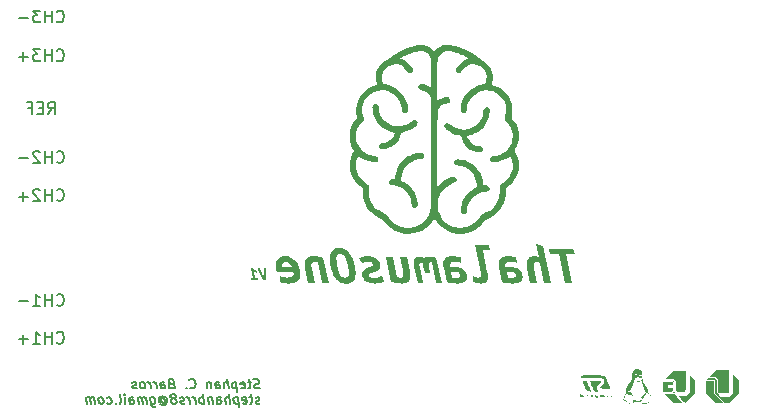
<source format=gbr>
%TF.GenerationSoftware,KiCad,Pcbnew,8.0.9-8.0.9-0~ubuntu24.04.1*%
%TF.CreationDate,2025-08-06T19:27:30-03:00*%
%TF.ProjectId,eeg,6565672e-6b69-4636-9164-5f7063625858,rev?*%
%TF.SameCoordinates,Original*%
%TF.FileFunction,Legend,Bot*%
%TF.FilePolarity,Positive*%
%FSLAX46Y46*%
G04 Gerber Fmt 4.6, Leading zero omitted, Abs format (unit mm)*
G04 Created by KiCad (PCBNEW 8.0.9-8.0.9-0~ubuntu24.04.1) date 2025-08-06 19:27:30*
%MOMM*%
%LPD*%
G01*
G04 APERTURE LIST*
%ADD10C,0.200000*%
%ADD11C,0.600000*%
%ADD12C,0.150000*%
%ADD13C,0.000000*%
G04 APERTURE END LIST*
D10*
G36*
X163997376Y-82060000D02*
G01*
X164003973Y-82009778D01*
X164010299Y-81956659D01*
X164015696Y-81907009D01*
X164019602Y-81868269D01*
X164024594Y-81815406D01*
X164029311Y-81761840D01*
X164033753Y-81707572D01*
X164037921Y-81652602D01*
X164041722Y-81597602D01*
X164045309Y-81543243D01*
X164048683Y-81489525D01*
X164051842Y-81436448D01*
X164054636Y-81384576D01*
X164056911Y-81334720D01*
X164058849Y-81281041D01*
X164059903Y-81241053D01*
X164060742Y-81187773D01*
X164060784Y-81135501D01*
X164059903Y-81089867D01*
X163861333Y-81089867D01*
X163864815Y-81139302D01*
X163867630Y-81193269D01*
X163869592Y-81245715D01*
X163870126Y-81264012D01*
X163871286Y-81313883D01*
X163872080Y-81364823D01*
X163872507Y-81416832D01*
X163872568Y-81469909D01*
X163872202Y-81523108D01*
X163871347Y-81575727D01*
X163870004Y-81627766D01*
X163868172Y-81679225D01*
X163865867Y-81728974D01*
X163862726Y-81781840D01*
X163859006Y-81831422D01*
X163856204Y-81862651D01*
X163832520Y-81815317D01*
X163810916Y-81770583D01*
X163788793Y-81723345D01*
X163769009Y-81679958D01*
X163749086Y-81635213D01*
X163729279Y-81589884D01*
X163709589Y-81543971D01*
X163690016Y-81497474D01*
X163678884Y-81470642D01*
X163659728Y-81423855D01*
X163641157Y-81377957D01*
X163620648Y-81326590D01*
X163600902Y-81276383D01*
X163596085Y-81264012D01*
X163577569Y-81216125D01*
X163558307Y-81165719D01*
X163540706Y-81118984D01*
X163529896Y-81089867D01*
X163331570Y-81089867D01*
X163351033Y-81138166D01*
X163372298Y-81189274D01*
X163392382Y-81236297D01*
X163413845Y-81285471D01*
X163420230Y-81299916D01*
X163443268Y-81351257D01*
X163463796Y-81396194D01*
X163485045Y-81441989D01*
X163507015Y-81488643D01*
X163529707Y-81536156D01*
X163533559Y-81544159D01*
X163556855Y-81592281D01*
X163580580Y-81640661D01*
X163604734Y-81689299D01*
X163629318Y-81738194D01*
X163654331Y-81787347D01*
X163662764Y-81803789D01*
X163688255Y-81852907D01*
X163713986Y-81901528D01*
X163739958Y-81949650D01*
X163766170Y-81997275D01*
X163792623Y-82044401D01*
X163801494Y-82060000D01*
X163997376Y-82060000D01*
G37*
G36*
X163371382Y-82060000D02*
G01*
X163338165Y-81900509D01*
X163138130Y-81900509D01*
X163025290Y-81357313D01*
X163070276Y-81383025D01*
X163116068Y-81404724D01*
X163134711Y-81412512D01*
X163180741Y-81430663D01*
X163228651Y-81448356D01*
X163236560Y-81451102D01*
X163264892Y-81291367D01*
X163218629Y-81273395D01*
X163173062Y-81253085D01*
X163145213Y-81239588D01*
X163100893Y-81216701D01*
X163057267Y-81192372D01*
X163018207Y-81169002D01*
X162974014Y-81139784D01*
X162934493Y-81110017D01*
X162910740Y-81089867D01*
X162782024Y-81089867D01*
X162950551Y-81900509D01*
X162761508Y-81900509D01*
X162794725Y-82060000D01*
X163371382Y-82060000D01*
G37*
X163526041Y-91219735D02*
X163416517Y-91257830D01*
X163416517Y-91257830D02*
X163226041Y-91257830D01*
X163226041Y-91257830D02*
X163145088Y-91219735D01*
X163145088Y-91219735D02*
X163102231Y-91181639D01*
X163102231Y-91181639D02*
X163054612Y-91105449D01*
X163054612Y-91105449D02*
X163045088Y-91029258D01*
X163045088Y-91029258D02*
X163073660Y-90953068D01*
X163073660Y-90953068D02*
X163106993Y-90914973D01*
X163106993Y-90914973D02*
X163178422Y-90876877D01*
X163178422Y-90876877D02*
X163326041Y-90838782D01*
X163326041Y-90838782D02*
X163397469Y-90800687D01*
X163397469Y-90800687D02*
X163430802Y-90762592D01*
X163430802Y-90762592D02*
X163459374Y-90686401D01*
X163459374Y-90686401D02*
X163449850Y-90610211D01*
X163449850Y-90610211D02*
X163402231Y-90534020D01*
X163402231Y-90534020D02*
X163359374Y-90495925D01*
X163359374Y-90495925D02*
X163278422Y-90457830D01*
X163278422Y-90457830D02*
X163087945Y-90457830D01*
X163087945Y-90457830D02*
X162978422Y-90495925D01*
X162778421Y-90724496D02*
X162473659Y-90724496D01*
X162630802Y-90457830D02*
X162716517Y-91143544D01*
X162716517Y-91143544D02*
X162687945Y-91219735D01*
X162687945Y-91219735D02*
X162616517Y-91257830D01*
X162616517Y-91257830D02*
X162540326Y-91257830D01*
X161964135Y-91219735D02*
X162045088Y-91257830D01*
X162045088Y-91257830D02*
X162197469Y-91257830D01*
X162197469Y-91257830D02*
X162268897Y-91219735D01*
X162268897Y-91219735D02*
X162297469Y-91143544D01*
X162297469Y-91143544D02*
X162259374Y-90838782D01*
X162259374Y-90838782D02*
X162211754Y-90762592D01*
X162211754Y-90762592D02*
X162130802Y-90724496D01*
X162130802Y-90724496D02*
X161978421Y-90724496D01*
X161978421Y-90724496D02*
X161906993Y-90762592D01*
X161906993Y-90762592D02*
X161878421Y-90838782D01*
X161878421Y-90838782D02*
X161887945Y-90914973D01*
X161887945Y-90914973D02*
X162278421Y-90991163D01*
X161521279Y-90724496D02*
X161621279Y-91524496D01*
X161526040Y-90762592D02*
X161445088Y-90724496D01*
X161445088Y-90724496D02*
X161292707Y-90724496D01*
X161292707Y-90724496D02*
X161221279Y-90762592D01*
X161221279Y-90762592D02*
X161187945Y-90800687D01*
X161187945Y-90800687D02*
X161159374Y-90876877D01*
X161159374Y-90876877D02*
X161187945Y-91105449D01*
X161187945Y-91105449D02*
X161235564Y-91181639D01*
X161235564Y-91181639D02*
X161278421Y-91219735D01*
X161278421Y-91219735D02*
X161359374Y-91257830D01*
X161359374Y-91257830D02*
X161511755Y-91257830D01*
X161511755Y-91257830D02*
X161583183Y-91219735D01*
X160864135Y-91257830D02*
X160764135Y-90457830D01*
X160521278Y-91257830D02*
X160468897Y-90838782D01*
X160468897Y-90838782D02*
X160497469Y-90762592D01*
X160497469Y-90762592D02*
X160568897Y-90724496D01*
X160568897Y-90724496D02*
X160683183Y-90724496D01*
X160683183Y-90724496D02*
X160764135Y-90762592D01*
X160764135Y-90762592D02*
X160806992Y-90800687D01*
X159797468Y-91257830D02*
X159745087Y-90838782D01*
X159745087Y-90838782D02*
X159773659Y-90762592D01*
X159773659Y-90762592D02*
X159845087Y-90724496D01*
X159845087Y-90724496D02*
X159997468Y-90724496D01*
X159997468Y-90724496D02*
X160078420Y-90762592D01*
X159792706Y-91219735D02*
X159873659Y-91257830D01*
X159873659Y-91257830D02*
X160064135Y-91257830D01*
X160064135Y-91257830D02*
X160135563Y-91219735D01*
X160135563Y-91219735D02*
X160164135Y-91143544D01*
X160164135Y-91143544D02*
X160154611Y-91067354D01*
X160154611Y-91067354D02*
X160106992Y-90991163D01*
X160106992Y-90991163D02*
X160026040Y-90953068D01*
X160026040Y-90953068D02*
X159835563Y-90953068D01*
X159835563Y-90953068D02*
X159754611Y-90914973D01*
X159349849Y-90724496D02*
X159416515Y-91257830D01*
X159359372Y-90800687D02*
X159316515Y-90762592D01*
X159316515Y-90762592D02*
X159235563Y-90724496D01*
X159235563Y-90724496D02*
X159121277Y-90724496D01*
X159121277Y-90724496D02*
X159049849Y-90762592D01*
X159049849Y-90762592D02*
X159021277Y-90838782D01*
X159021277Y-90838782D02*
X159073658Y-91257830D01*
X157616515Y-91181639D02*
X157659372Y-91219735D01*
X157659372Y-91219735D02*
X157778419Y-91257830D01*
X157778419Y-91257830D02*
X157854610Y-91257830D01*
X157854610Y-91257830D02*
X157964134Y-91219735D01*
X157964134Y-91219735D02*
X158030800Y-91143544D01*
X158030800Y-91143544D02*
X158059372Y-91067354D01*
X158059372Y-91067354D02*
X158078419Y-90914973D01*
X158078419Y-90914973D02*
X158064134Y-90800687D01*
X158064134Y-90800687D02*
X158006991Y-90648306D01*
X158006991Y-90648306D02*
X157959372Y-90572115D01*
X157959372Y-90572115D02*
X157873657Y-90495925D01*
X157873657Y-90495925D02*
X157754610Y-90457830D01*
X157754610Y-90457830D02*
X157678419Y-90457830D01*
X157678419Y-90457830D02*
X157568896Y-90495925D01*
X157568896Y-90495925D02*
X157535562Y-90534020D01*
X157273657Y-91181639D02*
X157240324Y-91219735D01*
X157240324Y-91219735D02*
X157283181Y-91257830D01*
X157283181Y-91257830D02*
X157316515Y-91219735D01*
X157316515Y-91219735D02*
X157273657Y-91181639D01*
X157273657Y-91181639D02*
X157283181Y-91257830D01*
X155973658Y-90838782D02*
X155864134Y-90876877D01*
X155864134Y-90876877D02*
X155830800Y-90914973D01*
X155830800Y-90914973D02*
X155802229Y-90991163D01*
X155802229Y-90991163D02*
X155816515Y-91105449D01*
X155816515Y-91105449D02*
X155864134Y-91181639D01*
X155864134Y-91181639D02*
X155906991Y-91219735D01*
X155906991Y-91219735D02*
X155987943Y-91257830D01*
X155987943Y-91257830D02*
X156292705Y-91257830D01*
X156292705Y-91257830D02*
X156192705Y-90457830D01*
X156192705Y-90457830D02*
X155926039Y-90457830D01*
X155926039Y-90457830D02*
X155854610Y-90495925D01*
X155854610Y-90495925D02*
X155821277Y-90534020D01*
X155821277Y-90534020D02*
X155792705Y-90610211D01*
X155792705Y-90610211D02*
X155802229Y-90686401D01*
X155802229Y-90686401D02*
X155849848Y-90762592D01*
X155849848Y-90762592D02*
X155892705Y-90800687D01*
X155892705Y-90800687D02*
X155973658Y-90838782D01*
X155973658Y-90838782D02*
X156240324Y-90838782D01*
X155149848Y-91257830D02*
X155097467Y-90838782D01*
X155097467Y-90838782D02*
X155126039Y-90762592D01*
X155126039Y-90762592D02*
X155197467Y-90724496D01*
X155197467Y-90724496D02*
X155349848Y-90724496D01*
X155349848Y-90724496D02*
X155430800Y-90762592D01*
X155145086Y-91219735D02*
X155226039Y-91257830D01*
X155226039Y-91257830D02*
X155416515Y-91257830D01*
X155416515Y-91257830D02*
X155487943Y-91219735D01*
X155487943Y-91219735D02*
X155516515Y-91143544D01*
X155516515Y-91143544D02*
X155506991Y-91067354D01*
X155506991Y-91067354D02*
X155459372Y-90991163D01*
X155459372Y-90991163D02*
X155378420Y-90953068D01*
X155378420Y-90953068D02*
X155187943Y-90953068D01*
X155187943Y-90953068D02*
X155106991Y-90914973D01*
X154768895Y-91257830D02*
X154702229Y-90724496D01*
X154721276Y-90876877D02*
X154673657Y-90800687D01*
X154673657Y-90800687D02*
X154630800Y-90762592D01*
X154630800Y-90762592D02*
X154549848Y-90724496D01*
X154549848Y-90724496D02*
X154473657Y-90724496D01*
X154273657Y-91257830D02*
X154206991Y-90724496D01*
X154226038Y-90876877D02*
X154178419Y-90800687D01*
X154178419Y-90800687D02*
X154135562Y-90762592D01*
X154135562Y-90762592D02*
X154054610Y-90724496D01*
X154054610Y-90724496D02*
X153978419Y-90724496D01*
X153664134Y-91257830D02*
X153735562Y-91219735D01*
X153735562Y-91219735D02*
X153768895Y-91181639D01*
X153768895Y-91181639D02*
X153797467Y-91105449D01*
X153797467Y-91105449D02*
X153768895Y-90876877D01*
X153768895Y-90876877D02*
X153721276Y-90800687D01*
X153721276Y-90800687D02*
X153678419Y-90762592D01*
X153678419Y-90762592D02*
X153597467Y-90724496D01*
X153597467Y-90724496D02*
X153483181Y-90724496D01*
X153483181Y-90724496D02*
X153411753Y-90762592D01*
X153411753Y-90762592D02*
X153378419Y-90800687D01*
X153378419Y-90800687D02*
X153349848Y-90876877D01*
X153349848Y-90876877D02*
X153378419Y-91105449D01*
X153378419Y-91105449D02*
X153426038Y-91181639D01*
X153426038Y-91181639D02*
X153468895Y-91219735D01*
X153468895Y-91219735D02*
X153549848Y-91257830D01*
X153549848Y-91257830D02*
X153664134Y-91257830D01*
X153087943Y-91219735D02*
X153016514Y-91257830D01*
X153016514Y-91257830D02*
X152864133Y-91257830D01*
X152864133Y-91257830D02*
X152783181Y-91219735D01*
X152783181Y-91219735D02*
X152735562Y-91143544D01*
X152735562Y-91143544D02*
X152730800Y-91105449D01*
X152730800Y-91105449D02*
X152759371Y-91029258D01*
X152759371Y-91029258D02*
X152830800Y-90991163D01*
X152830800Y-90991163D02*
X152945085Y-90991163D01*
X152945085Y-90991163D02*
X153016514Y-90953068D01*
X153016514Y-90953068D02*
X153045085Y-90876877D01*
X153045085Y-90876877D02*
X153040324Y-90838782D01*
X153040324Y-90838782D02*
X152992704Y-90762592D01*
X152992704Y-90762592D02*
X152911752Y-90724496D01*
X152911752Y-90724496D02*
X152797466Y-90724496D01*
X152797466Y-90724496D02*
X152726038Y-90762592D01*
X163526041Y-92507690D02*
X163454612Y-92545785D01*
X163454612Y-92545785D02*
X163302231Y-92545785D01*
X163302231Y-92545785D02*
X163221279Y-92507690D01*
X163221279Y-92507690D02*
X163173660Y-92431499D01*
X163173660Y-92431499D02*
X163168898Y-92393404D01*
X163168898Y-92393404D02*
X163197469Y-92317213D01*
X163197469Y-92317213D02*
X163268898Y-92279118D01*
X163268898Y-92279118D02*
X163383183Y-92279118D01*
X163383183Y-92279118D02*
X163454612Y-92241023D01*
X163454612Y-92241023D02*
X163483183Y-92164832D01*
X163483183Y-92164832D02*
X163478422Y-92126737D01*
X163478422Y-92126737D02*
X163430802Y-92050547D01*
X163430802Y-92050547D02*
X163349850Y-92012451D01*
X163349850Y-92012451D02*
X163235564Y-92012451D01*
X163235564Y-92012451D02*
X163164136Y-92050547D01*
X162892707Y-92012451D02*
X162587945Y-92012451D01*
X162745088Y-91745785D02*
X162830803Y-92431499D01*
X162830803Y-92431499D02*
X162802231Y-92507690D01*
X162802231Y-92507690D02*
X162730803Y-92545785D01*
X162730803Y-92545785D02*
X162654612Y-92545785D01*
X162078421Y-92507690D02*
X162159374Y-92545785D01*
X162159374Y-92545785D02*
X162311755Y-92545785D01*
X162311755Y-92545785D02*
X162383183Y-92507690D01*
X162383183Y-92507690D02*
X162411755Y-92431499D01*
X162411755Y-92431499D02*
X162373660Y-92126737D01*
X162373660Y-92126737D02*
X162326040Y-92050547D01*
X162326040Y-92050547D02*
X162245088Y-92012451D01*
X162245088Y-92012451D02*
X162092707Y-92012451D01*
X162092707Y-92012451D02*
X162021279Y-92050547D01*
X162021279Y-92050547D02*
X161992707Y-92126737D01*
X161992707Y-92126737D02*
X162002231Y-92202928D01*
X162002231Y-92202928D02*
X162392707Y-92279118D01*
X161635565Y-92012451D02*
X161735565Y-92812451D01*
X161640326Y-92050547D02*
X161559374Y-92012451D01*
X161559374Y-92012451D02*
X161406993Y-92012451D01*
X161406993Y-92012451D02*
X161335565Y-92050547D01*
X161335565Y-92050547D02*
X161302231Y-92088642D01*
X161302231Y-92088642D02*
X161273660Y-92164832D01*
X161273660Y-92164832D02*
X161302231Y-92393404D01*
X161302231Y-92393404D02*
X161349850Y-92469594D01*
X161349850Y-92469594D02*
X161392707Y-92507690D01*
X161392707Y-92507690D02*
X161473660Y-92545785D01*
X161473660Y-92545785D02*
X161626041Y-92545785D01*
X161626041Y-92545785D02*
X161697469Y-92507690D01*
X160978421Y-92545785D02*
X160878421Y-91745785D01*
X160635564Y-92545785D02*
X160583183Y-92126737D01*
X160583183Y-92126737D02*
X160611755Y-92050547D01*
X160611755Y-92050547D02*
X160683183Y-92012451D01*
X160683183Y-92012451D02*
X160797469Y-92012451D01*
X160797469Y-92012451D02*
X160878421Y-92050547D01*
X160878421Y-92050547D02*
X160921278Y-92088642D01*
X159911754Y-92545785D02*
X159859373Y-92126737D01*
X159859373Y-92126737D02*
X159887945Y-92050547D01*
X159887945Y-92050547D02*
X159959373Y-92012451D01*
X159959373Y-92012451D02*
X160111754Y-92012451D01*
X160111754Y-92012451D02*
X160192706Y-92050547D01*
X159906992Y-92507690D02*
X159987945Y-92545785D01*
X159987945Y-92545785D02*
X160178421Y-92545785D01*
X160178421Y-92545785D02*
X160249849Y-92507690D01*
X160249849Y-92507690D02*
X160278421Y-92431499D01*
X160278421Y-92431499D02*
X160268897Y-92355309D01*
X160268897Y-92355309D02*
X160221278Y-92279118D01*
X160221278Y-92279118D02*
X160140326Y-92241023D01*
X160140326Y-92241023D02*
X159949849Y-92241023D01*
X159949849Y-92241023D02*
X159868897Y-92202928D01*
X159464135Y-92012451D02*
X159530801Y-92545785D01*
X159473658Y-92088642D02*
X159430801Y-92050547D01*
X159430801Y-92050547D02*
X159349849Y-92012451D01*
X159349849Y-92012451D02*
X159235563Y-92012451D01*
X159235563Y-92012451D02*
X159164135Y-92050547D01*
X159164135Y-92050547D02*
X159135563Y-92126737D01*
X159135563Y-92126737D02*
X159187944Y-92545785D01*
X158806991Y-92545785D02*
X158706991Y-91745785D01*
X158745086Y-92050547D02*
X158664134Y-92012451D01*
X158664134Y-92012451D02*
X158511753Y-92012451D01*
X158511753Y-92012451D02*
X158440325Y-92050547D01*
X158440325Y-92050547D02*
X158406991Y-92088642D01*
X158406991Y-92088642D02*
X158378420Y-92164832D01*
X158378420Y-92164832D02*
X158406991Y-92393404D01*
X158406991Y-92393404D02*
X158454610Y-92469594D01*
X158454610Y-92469594D02*
X158497467Y-92507690D01*
X158497467Y-92507690D02*
X158578420Y-92545785D01*
X158578420Y-92545785D02*
X158730801Y-92545785D01*
X158730801Y-92545785D02*
X158802229Y-92507690D01*
X158083181Y-92545785D02*
X158016515Y-92012451D01*
X158035562Y-92164832D02*
X157987943Y-92088642D01*
X157987943Y-92088642D02*
X157945086Y-92050547D01*
X157945086Y-92050547D02*
X157864134Y-92012451D01*
X157864134Y-92012451D02*
X157787943Y-92012451D01*
X157587943Y-92545785D02*
X157521277Y-92012451D01*
X157540324Y-92164832D02*
X157492705Y-92088642D01*
X157492705Y-92088642D02*
X157449848Y-92050547D01*
X157449848Y-92050547D02*
X157368896Y-92012451D01*
X157368896Y-92012451D02*
X157292705Y-92012451D01*
X157126039Y-92507690D02*
X157054610Y-92545785D01*
X157054610Y-92545785D02*
X156902229Y-92545785D01*
X156902229Y-92545785D02*
X156821277Y-92507690D01*
X156821277Y-92507690D02*
X156773658Y-92431499D01*
X156773658Y-92431499D02*
X156768896Y-92393404D01*
X156768896Y-92393404D02*
X156797467Y-92317213D01*
X156797467Y-92317213D02*
X156868896Y-92279118D01*
X156868896Y-92279118D02*
X156983181Y-92279118D01*
X156983181Y-92279118D02*
X157054610Y-92241023D01*
X157054610Y-92241023D02*
X157083181Y-92164832D01*
X157083181Y-92164832D02*
X157078420Y-92126737D01*
X157078420Y-92126737D02*
X157030800Y-92050547D01*
X157030800Y-92050547D02*
X156949848Y-92012451D01*
X156949848Y-92012451D02*
X156835562Y-92012451D01*
X156835562Y-92012451D02*
X156764134Y-92050547D01*
X156273658Y-92088642D02*
X156345086Y-92050547D01*
X156345086Y-92050547D02*
X156378420Y-92012451D01*
X156378420Y-92012451D02*
X156406991Y-91936261D01*
X156406991Y-91936261D02*
X156402229Y-91898166D01*
X156402229Y-91898166D02*
X156354610Y-91821975D01*
X156354610Y-91821975D02*
X156311753Y-91783880D01*
X156311753Y-91783880D02*
X156230801Y-91745785D01*
X156230801Y-91745785D02*
X156078420Y-91745785D01*
X156078420Y-91745785D02*
X156006991Y-91783880D01*
X156006991Y-91783880D02*
X155973658Y-91821975D01*
X155973658Y-91821975D02*
X155945086Y-91898166D01*
X155945086Y-91898166D02*
X155949848Y-91936261D01*
X155949848Y-91936261D02*
X155997467Y-92012451D01*
X155997467Y-92012451D02*
X156040324Y-92050547D01*
X156040324Y-92050547D02*
X156121277Y-92088642D01*
X156121277Y-92088642D02*
X156273658Y-92088642D01*
X156273658Y-92088642D02*
X156354610Y-92126737D01*
X156354610Y-92126737D02*
X156397467Y-92164832D01*
X156397467Y-92164832D02*
X156445086Y-92241023D01*
X156445086Y-92241023D02*
X156464134Y-92393404D01*
X156464134Y-92393404D02*
X156435562Y-92469594D01*
X156435562Y-92469594D02*
X156402229Y-92507690D01*
X156402229Y-92507690D02*
X156330801Y-92545785D01*
X156330801Y-92545785D02*
X156178420Y-92545785D01*
X156178420Y-92545785D02*
X156097467Y-92507690D01*
X156097467Y-92507690D02*
X156054610Y-92469594D01*
X156054610Y-92469594D02*
X156006991Y-92393404D01*
X156006991Y-92393404D02*
X155987943Y-92241023D01*
X155987943Y-92241023D02*
X156016515Y-92164832D01*
X156016515Y-92164832D02*
X156049848Y-92126737D01*
X156049848Y-92126737D02*
X156121277Y-92088642D01*
X155140324Y-92164832D02*
X155173657Y-92126737D01*
X155173657Y-92126737D02*
X155245086Y-92088642D01*
X155245086Y-92088642D02*
X155321276Y-92088642D01*
X155321276Y-92088642D02*
X155402229Y-92126737D01*
X155402229Y-92126737D02*
X155445086Y-92164832D01*
X155445086Y-92164832D02*
X155492705Y-92241023D01*
X155492705Y-92241023D02*
X155502229Y-92317213D01*
X155502229Y-92317213D02*
X155473657Y-92393404D01*
X155473657Y-92393404D02*
X155440324Y-92431499D01*
X155440324Y-92431499D02*
X155368896Y-92469594D01*
X155368896Y-92469594D02*
X155292705Y-92469594D01*
X155292705Y-92469594D02*
X155211753Y-92431499D01*
X155211753Y-92431499D02*
X155168896Y-92393404D01*
X155130800Y-92088642D02*
X155168896Y-92393404D01*
X155168896Y-92393404D02*
X155135562Y-92431499D01*
X155135562Y-92431499D02*
X155097467Y-92431499D01*
X155097467Y-92431499D02*
X155016515Y-92393404D01*
X155016515Y-92393404D02*
X154968896Y-92317213D01*
X154968896Y-92317213D02*
X154945086Y-92126737D01*
X154945086Y-92126737D02*
X155006991Y-92012451D01*
X155006991Y-92012451D02*
X155111753Y-91936261D01*
X155111753Y-91936261D02*
X155259372Y-91898166D01*
X155259372Y-91898166D02*
X155416515Y-91936261D01*
X155416515Y-91936261D02*
X155540324Y-92012451D01*
X155540324Y-92012451D02*
X155630800Y-92126737D01*
X155630800Y-92126737D02*
X155687943Y-92279118D01*
X155687943Y-92279118D02*
X155668896Y-92431499D01*
X155668896Y-92431499D02*
X155606991Y-92545785D01*
X155606991Y-92545785D02*
X155502229Y-92621975D01*
X155502229Y-92621975D02*
X155354610Y-92660070D01*
X155354610Y-92660070D02*
X155197467Y-92621975D01*
X155197467Y-92621975D02*
X155073657Y-92545785D01*
X154245086Y-92012451D02*
X154326039Y-92660070D01*
X154326039Y-92660070D02*
X154373658Y-92736261D01*
X154373658Y-92736261D02*
X154416515Y-92774356D01*
X154416515Y-92774356D02*
X154497467Y-92812451D01*
X154497467Y-92812451D02*
X154611753Y-92812451D01*
X154611753Y-92812451D02*
X154683182Y-92774356D01*
X154306991Y-92507690D02*
X154387944Y-92545785D01*
X154387944Y-92545785D02*
X154540325Y-92545785D01*
X154540325Y-92545785D02*
X154611753Y-92507690D01*
X154611753Y-92507690D02*
X154645086Y-92469594D01*
X154645086Y-92469594D02*
X154673658Y-92393404D01*
X154673658Y-92393404D02*
X154645086Y-92164832D01*
X154645086Y-92164832D02*
X154597467Y-92088642D01*
X154597467Y-92088642D02*
X154554610Y-92050547D01*
X154554610Y-92050547D02*
X154473658Y-92012451D01*
X154473658Y-92012451D02*
X154321277Y-92012451D01*
X154321277Y-92012451D02*
X154249848Y-92050547D01*
X153930800Y-92545785D02*
X153864134Y-92012451D01*
X153873657Y-92088642D02*
X153830800Y-92050547D01*
X153830800Y-92050547D02*
X153749848Y-92012451D01*
X153749848Y-92012451D02*
X153635562Y-92012451D01*
X153635562Y-92012451D02*
X153564134Y-92050547D01*
X153564134Y-92050547D02*
X153535562Y-92126737D01*
X153535562Y-92126737D02*
X153587943Y-92545785D01*
X153535562Y-92126737D02*
X153487943Y-92050547D01*
X153487943Y-92050547D02*
X153406991Y-92012451D01*
X153406991Y-92012451D02*
X153292705Y-92012451D01*
X153292705Y-92012451D02*
X153221276Y-92050547D01*
X153221276Y-92050547D02*
X153192705Y-92126737D01*
X153192705Y-92126737D02*
X153245086Y-92545785D01*
X152521276Y-92545785D02*
X152468895Y-92126737D01*
X152468895Y-92126737D02*
X152497467Y-92050547D01*
X152497467Y-92050547D02*
X152568895Y-92012451D01*
X152568895Y-92012451D02*
X152721276Y-92012451D01*
X152721276Y-92012451D02*
X152802228Y-92050547D01*
X152516514Y-92507690D02*
X152597467Y-92545785D01*
X152597467Y-92545785D02*
X152787943Y-92545785D01*
X152787943Y-92545785D02*
X152859371Y-92507690D01*
X152859371Y-92507690D02*
X152887943Y-92431499D01*
X152887943Y-92431499D02*
X152878419Y-92355309D01*
X152878419Y-92355309D02*
X152830800Y-92279118D01*
X152830800Y-92279118D02*
X152749848Y-92241023D01*
X152749848Y-92241023D02*
X152559371Y-92241023D01*
X152559371Y-92241023D02*
X152478419Y-92202928D01*
X152140323Y-92545785D02*
X152073657Y-92012451D01*
X152040323Y-91745785D02*
X152083180Y-91783880D01*
X152083180Y-91783880D02*
X152049847Y-91821975D01*
X152049847Y-91821975D02*
X152006990Y-91783880D01*
X152006990Y-91783880D02*
X152040323Y-91745785D01*
X152040323Y-91745785D02*
X152049847Y-91821975D01*
X151645086Y-92545785D02*
X151716514Y-92507690D01*
X151716514Y-92507690D02*
X151745086Y-92431499D01*
X151745086Y-92431499D02*
X151659371Y-91745785D01*
X151330799Y-92469594D02*
X151297466Y-92507690D01*
X151297466Y-92507690D02*
X151340323Y-92545785D01*
X151340323Y-92545785D02*
X151373657Y-92507690D01*
X151373657Y-92507690D02*
X151330799Y-92469594D01*
X151330799Y-92469594D02*
X151340323Y-92545785D01*
X150611752Y-92507690D02*
X150692705Y-92545785D01*
X150692705Y-92545785D02*
X150845086Y-92545785D01*
X150845086Y-92545785D02*
X150916514Y-92507690D01*
X150916514Y-92507690D02*
X150949847Y-92469594D01*
X150949847Y-92469594D02*
X150978419Y-92393404D01*
X150978419Y-92393404D02*
X150949847Y-92164832D01*
X150949847Y-92164832D02*
X150902228Y-92088642D01*
X150902228Y-92088642D02*
X150859371Y-92050547D01*
X150859371Y-92050547D02*
X150778419Y-92012451D01*
X150778419Y-92012451D02*
X150626038Y-92012451D01*
X150626038Y-92012451D02*
X150554609Y-92050547D01*
X150159372Y-92545785D02*
X150230800Y-92507690D01*
X150230800Y-92507690D02*
X150264133Y-92469594D01*
X150264133Y-92469594D02*
X150292705Y-92393404D01*
X150292705Y-92393404D02*
X150264133Y-92164832D01*
X150264133Y-92164832D02*
X150216514Y-92088642D01*
X150216514Y-92088642D02*
X150173657Y-92050547D01*
X150173657Y-92050547D02*
X150092705Y-92012451D01*
X150092705Y-92012451D02*
X149978419Y-92012451D01*
X149978419Y-92012451D02*
X149906991Y-92050547D01*
X149906991Y-92050547D02*
X149873657Y-92088642D01*
X149873657Y-92088642D02*
X149845086Y-92164832D01*
X149845086Y-92164832D02*
X149873657Y-92393404D01*
X149873657Y-92393404D02*
X149921276Y-92469594D01*
X149921276Y-92469594D02*
X149964133Y-92507690D01*
X149964133Y-92507690D02*
X150045086Y-92545785D01*
X150045086Y-92545785D02*
X150159372Y-92545785D01*
X149549847Y-92545785D02*
X149483181Y-92012451D01*
X149492704Y-92088642D02*
X149449847Y-92050547D01*
X149449847Y-92050547D02*
X149368895Y-92012451D01*
X149368895Y-92012451D02*
X149254609Y-92012451D01*
X149254609Y-92012451D02*
X149183181Y-92050547D01*
X149183181Y-92050547D02*
X149154609Y-92126737D01*
X149154609Y-92126737D02*
X149206990Y-92545785D01*
X149154609Y-92126737D02*
X149106990Y-92050547D01*
X149106990Y-92050547D02*
X149026038Y-92012451D01*
X149026038Y-92012451D02*
X148911752Y-92012451D01*
X148911752Y-92012451D02*
X148840323Y-92050547D01*
X148840323Y-92050547D02*
X148811752Y-92126737D01*
X148811752Y-92126737D02*
X148864133Y-92545785D01*
D11*
G36*
X189923182Y-82320000D02*
G01*
X189417599Y-79888073D01*
X190169378Y-79888073D01*
X190069727Y-79409602D01*
X187999769Y-79409602D01*
X188099420Y-79888073D01*
X188851200Y-79888073D01*
X189356782Y-82320000D01*
X189923182Y-82320000D01*
G37*
G36*
X188147780Y-82320000D02*
G01*
X187489057Y-79153147D01*
X186906538Y-79056427D01*
X187129288Y-80127676D01*
X186982630Y-80088050D01*
X186951235Y-80081514D01*
X186805599Y-80061012D01*
X186778311Y-80060265D01*
X186628468Y-80068279D01*
X186484418Y-80096454D01*
X186343620Y-80158439D01*
X186302037Y-80188492D01*
X186202466Y-80298573D01*
X186138959Y-80436475D01*
X186116657Y-80543866D01*
X186107355Y-80692815D01*
X186114400Y-80839596D01*
X186136051Y-80998432D01*
X186150362Y-81072896D01*
X186409748Y-82320000D01*
X186976880Y-82320000D01*
X186733614Y-81148367D01*
X186706349Y-80993894D01*
X186694425Y-80847513D01*
X186694780Y-80814242D01*
X186725099Y-80669792D01*
X186755596Y-80625198D01*
X186895390Y-80566520D01*
X186940976Y-80564382D01*
X187090470Y-80581126D01*
X187100711Y-80583433D01*
X187231137Y-80619337D01*
X187585045Y-82320000D01*
X188147780Y-82320000D01*
G37*
G36*
X184615067Y-80054174D02*
G01*
X184767738Y-80064512D01*
X184919378Y-80083712D01*
X184944211Y-80087673D01*
X185088321Y-80114538D01*
X185231521Y-80152588D01*
X185250572Y-80619337D01*
X185144505Y-80590153D01*
X184997048Y-80562916D01*
X184987470Y-80561474D01*
X184832475Y-80544621D01*
X184684173Y-80539469D01*
X184571344Y-80546579D01*
X184431381Y-80590027D01*
X184405178Y-80606492D01*
X184315610Y-80726315D01*
X184304848Y-80770645D01*
X184310481Y-80921221D01*
X184325136Y-80993028D01*
X184349239Y-80987923D01*
X184497327Y-80965917D01*
X184559179Y-80960121D01*
X184708353Y-80954926D01*
X184851077Y-80961295D01*
X185005595Y-80983011D01*
X185157515Y-81020139D01*
X185288505Y-81069126D01*
X185418874Y-81142020D01*
X185534870Y-81234829D01*
X185630969Y-81350250D01*
X185702651Y-81491993D01*
X185746629Y-81643691D01*
X185753790Y-81680938D01*
X185769344Y-81829987D01*
X185753956Y-81985875D01*
X185710639Y-82098175D01*
X185616203Y-82210823D01*
X185498051Y-82283363D01*
X185351688Y-82332456D01*
X185279345Y-82347302D01*
X185133644Y-82365200D01*
X184986057Y-82370558D01*
X184892108Y-82369681D01*
X184729582Y-82363686D01*
X184575518Y-82352010D01*
X184429916Y-82334654D01*
X184354153Y-82323595D01*
X184196845Y-82298368D01*
X184048897Y-82269441D01*
X183864341Y-81383572D01*
X184406468Y-81383572D01*
X184511981Y-81891353D01*
X184520494Y-81891903D01*
X184668785Y-81900146D01*
X184696527Y-81901413D01*
X184847571Y-81904542D01*
X184978100Y-81893780D01*
X185120146Y-81839330D01*
X185173864Y-81778879D01*
X185184626Y-81626838D01*
X185172164Y-81581598D01*
X185086441Y-81461242D01*
X185046736Y-81434955D01*
X184903991Y-81383572D01*
X184828641Y-81371475D01*
X184677578Y-81362323D01*
X184535429Y-81368918D01*
X184406468Y-81383572D01*
X183864341Y-81383572D01*
X183774124Y-80950530D01*
X183767369Y-80916203D01*
X183746606Y-80769030D01*
X183742027Y-80619508D01*
X183759469Y-80472058D01*
X183784584Y-80388320D01*
X183865829Y-80256247D01*
X183980753Y-80161381D01*
X184040688Y-80129929D01*
X184186318Y-80083017D01*
X184346751Y-80059028D01*
X184512714Y-80052205D01*
X184615067Y-80054174D01*
G37*
G36*
X182236859Y-82370558D02*
G01*
X182387355Y-82360111D01*
X182538480Y-82319994D01*
X182639860Y-82263579D01*
X182744766Y-82150258D01*
X182805007Y-82010874D01*
X182818646Y-81948506D01*
X182831310Y-81794791D01*
X182822838Y-81636568D01*
X182798939Y-81479116D01*
X182791535Y-81442191D01*
X182400990Y-79564940D01*
X183001095Y-79564940D01*
X182900711Y-79082072D01*
X181734207Y-79082072D01*
X182233928Y-81483956D01*
X182251162Y-81629706D01*
X182240523Y-81715498D01*
X182153328Y-81832735D01*
X182009920Y-81866408D01*
X182004584Y-81866441D01*
X181855767Y-81856298D01*
X181709295Y-81820279D01*
X181570672Y-81769995D01*
X181547362Y-81761660D01*
X181570809Y-82227676D01*
X181707051Y-82282183D01*
X181775973Y-82307543D01*
X181921843Y-82345943D01*
X182068117Y-82364404D01*
X182218974Y-82370496D01*
X182236859Y-82370558D01*
G37*
G36*
X179913881Y-80054174D02*
G01*
X180066552Y-80064512D01*
X180218192Y-80083712D01*
X180243025Y-80087673D01*
X180387135Y-80114538D01*
X180530334Y-80152588D01*
X180549385Y-80619337D01*
X180443319Y-80590153D01*
X180295861Y-80562916D01*
X180286284Y-80561474D01*
X180131289Y-80544621D01*
X179982986Y-80539469D01*
X179870157Y-80546579D01*
X179730195Y-80590027D01*
X179703991Y-80606492D01*
X179614424Y-80726315D01*
X179603662Y-80770645D01*
X179609295Y-80921221D01*
X179623949Y-80993028D01*
X179648053Y-80987923D01*
X179796140Y-80965917D01*
X179857993Y-80960121D01*
X180007166Y-80954926D01*
X180149891Y-80961295D01*
X180304409Y-80983011D01*
X180456329Y-81020139D01*
X180587318Y-81069126D01*
X180717688Y-81142020D01*
X180833684Y-81234829D01*
X180929782Y-81350250D01*
X181001465Y-81491993D01*
X181045443Y-81643691D01*
X181052604Y-81680938D01*
X181068157Y-81829987D01*
X181052770Y-81985875D01*
X181009453Y-82098175D01*
X180915017Y-82210823D01*
X180796864Y-82283363D01*
X180650502Y-82332456D01*
X180578159Y-82347302D01*
X180432458Y-82365200D01*
X180284870Y-82370558D01*
X180190922Y-82369681D01*
X180028395Y-82363686D01*
X179874331Y-82352010D01*
X179728729Y-82334654D01*
X179652966Y-82323595D01*
X179495659Y-82298368D01*
X179347711Y-82269441D01*
X179163154Y-81383572D01*
X179705282Y-81383572D01*
X179810795Y-81891353D01*
X179819307Y-81891903D01*
X179967599Y-81900146D01*
X179995341Y-81901413D01*
X180146385Y-81904542D01*
X180276913Y-81893780D01*
X180418960Y-81839330D01*
X180472678Y-81778879D01*
X180483440Y-81626838D01*
X180470978Y-81581598D01*
X180385254Y-81461242D01*
X180345549Y-81434955D01*
X180202805Y-81383572D01*
X180127455Y-81371475D01*
X179976392Y-81362323D01*
X179834242Y-81368918D01*
X179705282Y-81383572D01*
X179163154Y-81383572D01*
X179072937Y-80950530D01*
X179066183Y-80916203D01*
X179045420Y-80769030D01*
X179040840Y-80619508D01*
X179058283Y-80472058D01*
X179083397Y-80388320D01*
X179164643Y-80256247D01*
X179279567Y-80161381D01*
X179339502Y-80129929D01*
X179485132Y-80083017D01*
X179645565Y-80059028D01*
X179811528Y-80052205D01*
X179913881Y-80054174D01*
G37*
G36*
X178905875Y-82320000D02*
G01*
X178464040Y-80195087D01*
X178320952Y-80157786D01*
X178169195Y-80126215D01*
X178088883Y-80113021D01*
X177939057Y-80094488D01*
X177791870Y-80086016D01*
X177775275Y-80085910D01*
X177626606Y-80099763D01*
X177568646Y-80115219D01*
X177443027Y-80194412D01*
X177425031Y-80215603D01*
X177288004Y-80151517D01*
X177225729Y-80127676D01*
X177081301Y-80091783D01*
X176994919Y-80085910D01*
X176844613Y-80097859D01*
X176699395Y-80147627D01*
X176646140Y-80187027D01*
X176564624Y-80312690D01*
X176535072Y-80464118D01*
X176534033Y-80488911D01*
X176538645Y-80639824D01*
X176556964Y-80798505D01*
X176584952Y-80958816D01*
X176592651Y-80996692D01*
X176867424Y-82320000D01*
X177327578Y-82320000D01*
X177046943Y-80971779D01*
X177022739Y-80826192D01*
X177019832Y-80709462D01*
X177065994Y-80593691D01*
X177151723Y-80564382D01*
X177243314Y-80570976D01*
X177331242Y-80598087D01*
X177342279Y-80748443D01*
X177348094Y-80795191D01*
X177372047Y-80947637D01*
X177389127Y-81034794D01*
X177482184Y-81480293D01*
X177942337Y-81480293D01*
X177836092Y-80971779D01*
X177811362Y-80823058D01*
X177810194Y-80675163D01*
X177814110Y-80656706D01*
X177930367Y-80564472D01*
X177936475Y-80564382D01*
X178005352Y-80568778D01*
X178085219Y-80585631D01*
X178445722Y-82320000D01*
X178905875Y-82320000D01*
G37*
G36*
X175546315Y-82370558D02*
G01*
X175711087Y-82362315D01*
X175868210Y-82333335D01*
X176007715Y-82276663D01*
X176063621Y-82238667D01*
X176166489Y-82125082D01*
X176229996Y-81983265D01*
X176250467Y-81873035D01*
X176256750Y-81720650D01*
X176248088Y-81572737D01*
X176225863Y-81414622D01*
X176211632Y-81341074D01*
X175955910Y-80110823D01*
X175389511Y-80110823D01*
X175629846Y-81265603D01*
X175656404Y-81418318D01*
X175668715Y-81567178D01*
X175668681Y-81601926D01*
X175638627Y-81748255D01*
X175602735Y-81801228D01*
X175467684Y-81862365D01*
X175404166Y-81866441D01*
X175274473Y-81860579D01*
X175141116Y-81845191D01*
X174780614Y-80110823D01*
X174210551Y-80110823D01*
X174654584Y-82244528D01*
X174799197Y-82278463D01*
X174953722Y-82309787D01*
X175053189Y-82328060D01*
X175202096Y-82350471D01*
X175355725Y-82364581D01*
X175514078Y-82370392D01*
X175546315Y-82370558D01*
G37*
G36*
X173302700Y-82370558D02*
G01*
X173456413Y-82364527D01*
X173603674Y-82344681D01*
X173630963Y-82339050D01*
X173780345Y-82300359D01*
X173880823Y-82265778D01*
X174017653Y-82209229D01*
X174062540Y-82189574D01*
X173870565Y-81702309D01*
X173730012Y-81760581D01*
X173586918Y-81813514D01*
X173554759Y-81824675D01*
X173412323Y-81862628D01*
X173266018Y-81881232D01*
X173197187Y-81883293D01*
X173042156Y-81878093D01*
X172893184Y-81857417D01*
X172870390Y-81851786D01*
X172746438Y-81765436D01*
X172733370Y-81727955D01*
X172767808Y-81595331D01*
X172895075Y-81516705D01*
X172912156Y-81509602D01*
X173055470Y-81455209D01*
X173117320Y-81434131D01*
X173262205Y-81382496D01*
X173351060Y-81347669D01*
X173483073Y-81280683D01*
X173562086Y-81223838D01*
X173661142Y-81107742D01*
X173696908Y-81033328D01*
X173720504Y-80885002D01*
X173704235Y-80744633D01*
X173657687Y-80596709D01*
X173581148Y-80458943D01*
X173535708Y-80398785D01*
X173425455Y-80289494D01*
X173301580Y-80204880D01*
X173183998Y-80146727D01*
X173034762Y-80096881D01*
X172883319Y-80067804D01*
X172735079Y-80054512D01*
X172635917Y-80052205D01*
X172483933Y-80056945D01*
X172329749Y-80072777D01*
X172251235Y-80085910D01*
X172106818Y-80119810D01*
X171966501Y-80170918D01*
X171950816Y-80178234D01*
X172144256Y-80669162D01*
X172277613Y-80620802D01*
X172418771Y-80578917D01*
X172482044Y-80564382D01*
X172634486Y-80542973D01*
X172733370Y-80539469D01*
X172885815Y-80548176D01*
X173028216Y-80588980D01*
X173033789Y-80592226D01*
X173132588Y-80703336D01*
X173133440Y-80707264D01*
X173101200Y-80825233D01*
X172975835Y-80908352D01*
X172964912Y-80913161D01*
X172828000Y-80969529D01*
X172769274Y-80993028D01*
X172631469Y-81046499D01*
X172534801Y-81087550D01*
X172400531Y-81158369D01*
X172319378Y-81217243D01*
X172221261Y-81330072D01*
X172181625Y-81412882D01*
X172158261Y-81563552D01*
X172175031Y-81706706D01*
X172220500Y-81851290D01*
X172294992Y-81984991D01*
X172339162Y-82043028D01*
X172448487Y-82147476D01*
X172575677Y-82227832D01*
X172698932Y-82282630D01*
X172841191Y-82325134D01*
X172985745Y-82351238D01*
X173147334Y-82366350D01*
X173302700Y-82370558D01*
G37*
G36*
X170372427Y-79352953D02*
G01*
X170522362Y-79385239D01*
X170665519Y-79439048D01*
X170801898Y-79514382D01*
X170851138Y-79548130D01*
X170976274Y-79652418D01*
X171078405Y-79760725D01*
X171173664Y-79884950D01*
X171262051Y-80025094D01*
X171309003Y-80112071D01*
X171374150Y-80252025D01*
X171432960Y-80403365D01*
X171485433Y-80566091D01*
X171524320Y-80710393D01*
X171558806Y-80862602D01*
X171565115Y-80893409D01*
X171592217Y-81042914D01*
X171614963Y-81212354D01*
X171627044Y-81370924D01*
X171627660Y-81542183D01*
X171613761Y-81698646D01*
X171590422Y-81820241D01*
X171543116Y-81964017D01*
X171467780Y-82100693D01*
X171369030Y-82210823D01*
X171290728Y-82269341D01*
X171155790Y-82334417D01*
X170999872Y-82372252D01*
X170843663Y-82383014D01*
X170685165Y-82372252D01*
X170534269Y-82339966D01*
X170390974Y-82286157D01*
X170255282Y-82210823D01*
X170206454Y-82177062D01*
X170082417Y-82072614D01*
X169981247Y-81964017D01*
X169886950Y-81839360D01*
X169799525Y-81698646D01*
X169752917Y-81611050D01*
X169688199Y-81470598D01*
X169629715Y-81319275D01*
X169577465Y-81157082D01*
X169538686Y-81013617D01*
X169504235Y-80862602D01*
X169497925Y-80831528D01*
X169470773Y-80680900D01*
X169447873Y-80510584D01*
X169435533Y-80351653D01*
X169434615Y-80201549D01*
X170002083Y-80201549D01*
X170003956Y-80348227D01*
X170008833Y-80406273D01*
X170026837Y-80559201D01*
X170050137Y-80706381D01*
X170080160Y-80862602D01*
X170094986Y-80931135D01*
X170130941Y-81080144D01*
X170170489Y-81221966D01*
X170218646Y-81371116D01*
X170261785Y-81480751D01*
X170330374Y-81612655D01*
X170425275Y-81740411D01*
X170466076Y-81780307D01*
X170597830Y-81856041D01*
X170743279Y-81878897D01*
X170897217Y-81848951D01*
X171007062Y-81742609D01*
X171036737Y-81668558D01*
X171061518Y-81523025D01*
X171059818Y-81375512D01*
X171054781Y-81316848D01*
X171036577Y-81163376D01*
X171013341Y-81016931D01*
X170983614Y-80862602D01*
X170968788Y-80793085D01*
X170932833Y-80642698D01*
X170893285Y-80500657D01*
X170845129Y-80352623D01*
X170802035Y-80243630D01*
X170733659Y-80112308D01*
X170639232Y-79984794D01*
X170598220Y-79944898D01*
X170466065Y-79869163D01*
X170320495Y-79846308D01*
X170308302Y-79846441D01*
X170164046Y-79876254D01*
X170055247Y-79982595D01*
X170026213Y-80056555D01*
X170002083Y-80201549D01*
X169434615Y-80201549D01*
X169434487Y-80180625D01*
X169447815Y-80025094D01*
X169470579Y-79903996D01*
X169517038Y-79760725D01*
X169591311Y-79624396D01*
X169688883Y-79514382D01*
X169766566Y-79455864D01*
X169901349Y-79390788D01*
X170058041Y-79352953D01*
X170215715Y-79342191D01*
X170372427Y-79352953D01*
G37*
G36*
X169343035Y-82320000D02*
G01*
X168897536Y-80178234D01*
X168743523Y-80142030D01*
X168589856Y-80112560D01*
X168505526Y-80098367D01*
X168357779Y-80078274D01*
X168204879Y-80065623D01*
X168046827Y-80060414D01*
X168014598Y-80060265D01*
X167853627Y-80068279D01*
X167699357Y-80096454D01*
X167561255Y-80151552D01*
X167505352Y-80188492D01*
X167400869Y-80298573D01*
X167334718Y-80436475D01*
X167311912Y-80543866D01*
X167302609Y-80692815D01*
X167309655Y-80839596D01*
X167331306Y-80998432D01*
X167345617Y-81072896D01*
X167605003Y-82320000D01*
X168172135Y-82320000D01*
X167928869Y-81148367D01*
X167901241Y-80993894D01*
X167887996Y-80847513D01*
X167887836Y-80814242D01*
X167919950Y-80669792D01*
X167953782Y-80625198D01*
X168091581Y-80568183D01*
X168156748Y-80564382D01*
X168282777Y-80570976D01*
X168419797Y-80585631D01*
X168780300Y-82320000D01*
X169343035Y-82320000D01*
G37*
G36*
X165747078Y-80056784D02*
G01*
X165893601Y-80080827D01*
X166041360Y-80125478D01*
X166162618Y-80178715D01*
X166291539Y-80254466D01*
X166415785Y-80348227D01*
X166426821Y-80357594D01*
X166542077Y-80469883D01*
X166637089Y-80586690D01*
X166722798Y-80717522D01*
X166761645Y-80788233D01*
X166823096Y-80924529D01*
X166873650Y-81072418D01*
X166913307Y-81231898D01*
X166939509Y-81389958D01*
X166949618Y-81556516D01*
X166938570Y-81708054D01*
X166900851Y-81860579D01*
X166882501Y-81907013D01*
X166802359Y-82045888D01*
X166693022Y-82160291D01*
X166569658Y-82242330D01*
X166424262Y-82304315D01*
X166278575Y-82342383D01*
X166117409Y-82364422D01*
X165963691Y-82370558D01*
X165887562Y-82369373D01*
X165730038Y-82358675D01*
X165582672Y-82336852D01*
X165549893Y-82330352D01*
X165402030Y-82295250D01*
X165252944Y-82248925D01*
X165227299Y-81757264D01*
X165360937Y-81796555D01*
X165504270Y-81830537D01*
X165545543Y-81838952D01*
X165690901Y-81859568D01*
X165837662Y-81866441D01*
X165982607Y-81856645D01*
X166132528Y-81818069D01*
X166261912Y-81742609D01*
X166310890Y-81692978D01*
X166372279Y-81552329D01*
X166365959Y-81404089D01*
X164961318Y-81404089D01*
X164934207Y-81301507D01*
X164907829Y-81185736D01*
X164880656Y-81029779D01*
X164865486Y-80865281D01*
X164865636Y-80852580D01*
X165403225Y-80852580D01*
X165416343Y-81001088D01*
X166282428Y-81001088D01*
X166246624Y-80905043D01*
X166174717Y-80774675D01*
X166110801Y-80695718D01*
X165995198Y-80604682D01*
X165884999Y-80557874D01*
X165739476Y-80539469D01*
X165643441Y-80547435D01*
X165508667Y-80606880D01*
X165473175Y-80642646D01*
X165411214Y-80779071D01*
X165403225Y-80852580D01*
X164865636Y-80852580D01*
X164867261Y-80715438D01*
X164889511Y-80564382D01*
X164939099Y-80418795D01*
X165023564Y-80286253D01*
X165139371Y-80182630D01*
X165202072Y-80145057D01*
X165346471Y-80089014D01*
X165498088Y-80060356D01*
X165650083Y-80052205D01*
X165747078Y-80056784D01*
G37*
D12*
X146309523Y-72059580D02*
X146357142Y-72107200D01*
X146357142Y-72107200D02*
X146499999Y-72154819D01*
X146499999Y-72154819D02*
X146595237Y-72154819D01*
X146595237Y-72154819D02*
X146738094Y-72107200D01*
X146738094Y-72107200D02*
X146833332Y-72011961D01*
X146833332Y-72011961D02*
X146880951Y-71916723D01*
X146880951Y-71916723D02*
X146928570Y-71726247D01*
X146928570Y-71726247D02*
X146928570Y-71583390D01*
X146928570Y-71583390D02*
X146880951Y-71392914D01*
X146880951Y-71392914D02*
X146833332Y-71297676D01*
X146833332Y-71297676D02*
X146738094Y-71202438D01*
X146738094Y-71202438D02*
X146595237Y-71154819D01*
X146595237Y-71154819D02*
X146499999Y-71154819D01*
X146499999Y-71154819D02*
X146357142Y-71202438D01*
X146357142Y-71202438D02*
X146309523Y-71250057D01*
X145880951Y-72154819D02*
X145880951Y-71154819D01*
X145880951Y-71631009D02*
X145309523Y-71631009D01*
X145309523Y-72154819D02*
X145309523Y-71154819D01*
X144880951Y-71250057D02*
X144833332Y-71202438D01*
X144833332Y-71202438D02*
X144738094Y-71154819D01*
X144738094Y-71154819D02*
X144499999Y-71154819D01*
X144499999Y-71154819D02*
X144404761Y-71202438D01*
X144404761Y-71202438D02*
X144357142Y-71250057D01*
X144357142Y-71250057D02*
X144309523Y-71345295D01*
X144309523Y-71345295D02*
X144309523Y-71440533D01*
X144309523Y-71440533D02*
X144357142Y-71583390D01*
X144357142Y-71583390D02*
X144928570Y-72154819D01*
X144928570Y-72154819D02*
X144309523Y-72154819D01*
X143880951Y-71773866D02*
X143119047Y-71773866D01*
X146309523Y-75289580D02*
X146357142Y-75337200D01*
X146357142Y-75337200D02*
X146499999Y-75384819D01*
X146499999Y-75384819D02*
X146595237Y-75384819D01*
X146595237Y-75384819D02*
X146738094Y-75337200D01*
X146738094Y-75337200D02*
X146833332Y-75241961D01*
X146833332Y-75241961D02*
X146880951Y-75146723D01*
X146880951Y-75146723D02*
X146928570Y-74956247D01*
X146928570Y-74956247D02*
X146928570Y-74813390D01*
X146928570Y-74813390D02*
X146880951Y-74622914D01*
X146880951Y-74622914D02*
X146833332Y-74527676D01*
X146833332Y-74527676D02*
X146738094Y-74432438D01*
X146738094Y-74432438D02*
X146595237Y-74384819D01*
X146595237Y-74384819D02*
X146499999Y-74384819D01*
X146499999Y-74384819D02*
X146357142Y-74432438D01*
X146357142Y-74432438D02*
X146309523Y-74480057D01*
X145880951Y-75384819D02*
X145880951Y-74384819D01*
X145880951Y-74861009D02*
X145309523Y-74861009D01*
X145309523Y-75384819D02*
X145309523Y-74384819D01*
X144880951Y-74480057D02*
X144833332Y-74432438D01*
X144833332Y-74432438D02*
X144738094Y-74384819D01*
X144738094Y-74384819D02*
X144499999Y-74384819D01*
X144499999Y-74384819D02*
X144404761Y-74432438D01*
X144404761Y-74432438D02*
X144357142Y-74480057D01*
X144357142Y-74480057D02*
X144309523Y-74575295D01*
X144309523Y-74575295D02*
X144309523Y-74670533D01*
X144309523Y-74670533D02*
X144357142Y-74813390D01*
X144357142Y-74813390D02*
X144928570Y-75384819D01*
X144928570Y-75384819D02*
X144309523Y-75384819D01*
X143880951Y-75003866D02*
X143119047Y-75003866D01*
X143499999Y-75384819D02*
X143499999Y-74622914D01*
X146309523Y-87354580D02*
X146357142Y-87402200D01*
X146357142Y-87402200D02*
X146499999Y-87449819D01*
X146499999Y-87449819D02*
X146595237Y-87449819D01*
X146595237Y-87449819D02*
X146738094Y-87402200D01*
X146738094Y-87402200D02*
X146833332Y-87306961D01*
X146833332Y-87306961D02*
X146880951Y-87211723D01*
X146880951Y-87211723D02*
X146928570Y-87021247D01*
X146928570Y-87021247D02*
X146928570Y-86878390D01*
X146928570Y-86878390D02*
X146880951Y-86687914D01*
X146880951Y-86687914D02*
X146833332Y-86592676D01*
X146833332Y-86592676D02*
X146738094Y-86497438D01*
X146738094Y-86497438D02*
X146595237Y-86449819D01*
X146595237Y-86449819D02*
X146499999Y-86449819D01*
X146499999Y-86449819D02*
X146357142Y-86497438D01*
X146357142Y-86497438D02*
X146309523Y-86545057D01*
X145880951Y-87449819D02*
X145880951Y-86449819D01*
X145880951Y-86926009D02*
X145309523Y-86926009D01*
X145309523Y-87449819D02*
X145309523Y-86449819D01*
X144309523Y-87449819D02*
X144880951Y-87449819D01*
X144595237Y-87449819D02*
X144595237Y-86449819D01*
X144595237Y-86449819D02*
X144690475Y-86592676D01*
X144690475Y-86592676D02*
X144785713Y-86687914D01*
X144785713Y-86687914D02*
X144880951Y-86735533D01*
X143880951Y-87068866D02*
X143119047Y-87068866D01*
X143499999Y-87449819D02*
X143499999Y-86687914D01*
X146309523Y-63459580D02*
X146357142Y-63507200D01*
X146357142Y-63507200D02*
X146499999Y-63554819D01*
X146499999Y-63554819D02*
X146595237Y-63554819D01*
X146595237Y-63554819D02*
X146738094Y-63507200D01*
X146738094Y-63507200D02*
X146833332Y-63411961D01*
X146833332Y-63411961D02*
X146880951Y-63316723D01*
X146880951Y-63316723D02*
X146928570Y-63126247D01*
X146928570Y-63126247D02*
X146928570Y-62983390D01*
X146928570Y-62983390D02*
X146880951Y-62792914D01*
X146880951Y-62792914D02*
X146833332Y-62697676D01*
X146833332Y-62697676D02*
X146738094Y-62602438D01*
X146738094Y-62602438D02*
X146595237Y-62554819D01*
X146595237Y-62554819D02*
X146499999Y-62554819D01*
X146499999Y-62554819D02*
X146357142Y-62602438D01*
X146357142Y-62602438D02*
X146309523Y-62650057D01*
X145880951Y-63554819D02*
X145880951Y-62554819D01*
X145880951Y-63031009D02*
X145309523Y-63031009D01*
X145309523Y-63554819D02*
X145309523Y-62554819D01*
X144928570Y-62554819D02*
X144309523Y-62554819D01*
X144309523Y-62554819D02*
X144642856Y-62935771D01*
X144642856Y-62935771D02*
X144499999Y-62935771D01*
X144499999Y-62935771D02*
X144404761Y-62983390D01*
X144404761Y-62983390D02*
X144357142Y-63031009D01*
X144357142Y-63031009D02*
X144309523Y-63126247D01*
X144309523Y-63126247D02*
X144309523Y-63364342D01*
X144309523Y-63364342D02*
X144357142Y-63459580D01*
X144357142Y-63459580D02*
X144404761Y-63507200D01*
X144404761Y-63507200D02*
X144499999Y-63554819D01*
X144499999Y-63554819D02*
X144785713Y-63554819D01*
X144785713Y-63554819D02*
X144880951Y-63507200D01*
X144880951Y-63507200D02*
X144928570Y-63459580D01*
X143880951Y-63173866D02*
X143119047Y-63173866D01*
X143499999Y-63554819D02*
X143499999Y-62792914D01*
X145571428Y-68018819D02*
X145904761Y-67542628D01*
X146142856Y-68018819D02*
X146142856Y-67018819D01*
X146142856Y-67018819D02*
X145761904Y-67018819D01*
X145761904Y-67018819D02*
X145666666Y-67066438D01*
X145666666Y-67066438D02*
X145619047Y-67114057D01*
X145619047Y-67114057D02*
X145571428Y-67209295D01*
X145571428Y-67209295D02*
X145571428Y-67352152D01*
X145571428Y-67352152D02*
X145619047Y-67447390D01*
X145619047Y-67447390D02*
X145666666Y-67495009D01*
X145666666Y-67495009D02*
X145761904Y-67542628D01*
X145761904Y-67542628D02*
X146142856Y-67542628D01*
X145142856Y-67495009D02*
X144809523Y-67495009D01*
X144666666Y-68018819D02*
X145142856Y-68018819D01*
X145142856Y-68018819D02*
X145142856Y-67018819D01*
X145142856Y-67018819D02*
X144666666Y-67018819D01*
X143904761Y-67495009D02*
X144238094Y-67495009D01*
X144238094Y-68018819D02*
X144238094Y-67018819D01*
X144238094Y-67018819D02*
X143761904Y-67018819D01*
X146309523Y-84159580D02*
X146357142Y-84207200D01*
X146357142Y-84207200D02*
X146499999Y-84254819D01*
X146499999Y-84254819D02*
X146595237Y-84254819D01*
X146595237Y-84254819D02*
X146738094Y-84207200D01*
X146738094Y-84207200D02*
X146833332Y-84111961D01*
X146833332Y-84111961D02*
X146880951Y-84016723D01*
X146880951Y-84016723D02*
X146928570Y-83826247D01*
X146928570Y-83826247D02*
X146928570Y-83683390D01*
X146928570Y-83683390D02*
X146880951Y-83492914D01*
X146880951Y-83492914D02*
X146833332Y-83397676D01*
X146833332Y-83397676D02*
X146738094Y-83302438D01*
X146738094Y-83302438D02*
X146595237Y-83254819D01*
X146595237Y-83254819D02*
X146499999Y-83254819D01*
X146499999Y-83254819D02*
X146357142Y-83302438D01*
X146357142Y-83302438D02*
X146309523Y-83350057D01*
X145880951Y-84254819D02*
X145880951Y-83254819D01*
X145880951Y-83731009D02*
X145309523Y-83731009D01*
X145309523Y-84254819D02*
X145309523Y-83254819D01*
X144309523Y-84254819D02*
X144880951Y-84254819D01*
X144595237Y-84254819D02*
X144595237Y-83254819D01*
X144595237Y-83254819D02*
X144690475Y-83397676D01*
X144690475Y-83397676D02*
X144785713Y-83492914D01*
X144785713Y-83492914D02*
X144880951Y-83540533D01*
X143880951Y-83873866D02*
X143119047Y-83873866D01*
X146309523Y-60159580D02*
X146357142Y-60207200D01*
X146357142Y-60207200D02*
X146499999Y-60254819D01*
X146499999Y-60254819D02*
X146595237Y-60254819D01*
X146595237Y-60254819D02*
X146738094Y-60207200D01*
X146738094Y-60207200D02*
X146833332Y-60111961D01*
X146833332Y-60111961D02*
X146880951Y-60016723D01*
X146880951Y-60016723D02*
X146928570Y-59826247D01*
X146928570Y-59826247D02*
X146928570Y-59683390D01*
X146928570Y-59683390D02*
X146880951Y-59492914D01*
X146880951Y-59492914D02*
X146833332Y-59397676D01*
X146833332Y-59397676D02*
X146738094Y-59302438D01*
X146738094Y-59302438D02*
X146595237Y-59254819D01*
X146595237Y-59254819D02*
X146499999Y-59254819D01*
X146499999Y-59254819D02*
X146357142Y-59302438D01*
X146357142Y-59302438D02*
X146309523Y-59350057D01*
X145880951Y-60254819D02*
X145880951Y-59254819D01*
X145880951Y-59731009D02*
X145309523Y-59731009D01*
X145309523Y-60254819D02*
X145309523Y-59254819D01*
X144928570Y-59254819D02*
X144309523Y-59254819D01*
X144309523Y-59254819D02*
X144642856Y-59635771D01*
X144642856Y-59635771D02*
X144499999Y-59635771D01*
X144499999Y-59635771D02*
X144404761Y-59683390D01*
X144404761Y-59683390D02*
X144357142Y-59731009D01*
X144357142Y-59731009D02*
X144309523Y-59826247D01*
X144309523Y-59826247D02*
X144309523Y-60064342D01*
X144309523Y-60064342D02*
X144357142Y-60159580D01*
X144357142Y-60159580D02*
X144404761Y-60207200D01*
X144404761Y-60207200D02*
X144499999Y-60254819D01*
X144499999Y-60254819D02*
X144785713Y-60254819D01*
X144785713Y-60254819D02*
X144880951Y-60207200D01*
X144880951Y-60207200D02*
X144928570Y-60159580D01*
X143880951Y-59873866D02*
X143119047Y-59873866D01*
D13*
%TO.C,G\u002A\u002A\u002A*%
G36*
X177135829Y-71296780D02*
G01*
X177235244Y-71304333D01*
X177302801Y-71329012D01*
X177362951Y-71378576D01*
X177374130Y-71390278D01*
X177435271Y-71496496D01*
X177435443Y-71608891D01*
X177374373Y-71719304D01*
X177329418Y-71762323D01*
X177271802Y-71791721D01*
X177185556Y-71812192D01*
X177053745Y-71829561D01*
X176978421Y-71839241D01*
X176652377Y-71915817D01*
X176360160Y-72044998D01*
X176101842Y-72226744D01*
X175877494Y-72461019D01*
X175758264Y-72632832D01*
X175621585Y-72912909D01*
X175535759Y-73212007D01*
X175506125Y-73514969D01*
X175506241Y-73657808D01*
X175701630Y-73758949D01*
X175955610Y-73915176D01*
X176216262Y-74135104D01*
X176441644Y-74391801D01*
X176626351Y-74676764D01*
X176764977Y-74981490D01*
X176852117Y-75297476D01*
X176882364Y-75616220D01*
X176881977Y-75658911D01*
X176873976Y-75757930D01*
X176850674Y-75824250D01*
X176805584Y-75880166D01*
X176766194Y-75912789D01*
X176657678Y-75955131D01*
X176545685Y-75945493D01*
X176449080Y-75883691D01*
X176438254Y-75871294D01*
X176400474Y-75805067D01*
X176373118Y-75706246D01*
X176351681Y-75559855D01*
X176348125Y-75530076D01*
X176291559Y-75235715D01*
X176197043Y-74980529D01*
X176057980Y-74750504D01*
X175867779Y-74531630D01*
X175821052Y-74486154D01*
X175609578Y-74313160D01*
X175385140Y-74186705D01*
X175133051Y-74099854D01*
X174838626Y-74045672D01*
X174743530Y-74031638D01*
X174600270Y-73995613D01*
X174507469Y-73943826D01*
X174457432Y-73870954D01*
X174442463Y-73771675D01*
X174457448Y-73666078D01*
X174514416Y-73581111D01*
X174617926Y-73532519D01*
X174772194Y-73517045D01*
X174965897Y-73517045D01*
X175000192Y-73251372D01*
X175025542Y-73089195D01*
X175109320Y-72765307D01*
X175237060Y-72473026D01*
X175414877Y-72199931D01*
X175648884Y-71933601D01*
X175680244Y-71902110D01*
X175807695Y-71781463D01*
X175922173Y-71690337D01*
X176045331Y-71612986D01*
X176198820Y-71533664D01*
X176477529Y-71415840D01*
X176799671Y-71327045D01*
X177104884Y-71296652D01*
X177135829Y-71296780D01*
G37*
G36*
X180551016Y-71875633D02*
G01*
X180860553Y-71945967D01*
X181165774Y-72066074D01*
X181454652Y-72229941D01*
X181715158Y-72431554D01*
X181935266Y-72664899D01*
X182054605Y-72832229D01*
X182203993Y-73101283D01*
X182318507Y-73385471D01*
X182392050Y-73668761D01*
X182418521Y-73935119D01*
X182419064Y-74087307D01*
X182583288Y-74067825D01*
X182611706Y-74064879D01*
X182760429Y-74069623D01*
X182869327Y-74116189D01*
X182946881Y-74207842D01*
X182973739Y-74285431D01*
X182964537Y-74392889D01*
X182910025Y-74487524D01*
X182819564Y-74555039D01*
X182702513Y-74581135D01*
X182692450Y-74581257D01*
X182521184Y-74598768D01*
X182324044Y-74641074D01*
X182127149Y-74701449D01*
X181956621Y-74773169D01*
X181904661Y-74801518D01*
X181725192Y-74925843D01*
X181546486Y-75084261D01*
X181387549Y-75258633D01*
X181267390Y-75430824D01*
X181204154Y-75562769D01*
X181143139Y-75727877D01*
X181091619Y-75902839D01*
X181056005Y-76065844D01*
X181042709Y-76195084D01*
X181031342Y-76299267D01*
X180983976Y-76412971D01*
X180906197Y-76483415D01*
X180792133Y-76511363D01*
X180677437Y-76489112D01*
X180584224Y-76421165D01*
X180528916Y-76314862D01*
X180523032Y-76257073D01*
X180527012Y-76142627D01*
X180541728Y-75999861D01*
X180564758Y-75846996D01*
X180593681Y-75702257D01*
X180626074Y-75583867D01*
X180739342Y-75311348D01*
X180920187Y-75008507D01*
X181143922Y-74736592D01*
X181402459Y-74505202D01*
X181687709Y-74323937D01*
X181887059Y-74220862D01*
X181887175Y-73999754D01*
X181861141Y-73720631D01*
X181776016Y-73430317D01*
X181634816Y-73157973D01*
X181440750Y-72909680D01*
X181197025Y-72691516D01*
X181123857Y-72639414D01*
X180907256Y-72519026D01*
X180667430Y-72436761D01*
X180387386Y-72386209D01*
X180351157Y-72381660D01*
X180207470Y-72357558D01*
X180111139Y-72327821D01*
X180049544Y-72288812D01*
X180016282Y-72248756D01*
X179980439Y-72144276D01*
X179990687Y-72030940D01*
X180047177Y-71931561D01*
X180076311Y-71904094D01*
X180128634Y-71875757D01*
X180204651Y-71862468D01*
X180323700Y-71859163D01*
X180551016Y-71875633D01*
G37*
G36*
X173388525Y-67158841D02*
G01*
X173477959Y-67209692D01*
X173542180Y-67296259D01*
X173567144Y-67415369D01*
X173571099Y-67510695D01*
X173621567Y-67795317D01*
X173725640Y-68076223D01*
X173877733Y-68340581D01*
X174072256Y-68575558D01*
X174101864Y-68604772D01*
X174350609Y-68803899D01*
X174622519Y-68948408D01*
X174910650Y-69038057D01*
X175208058Y-69072603D01*
X175507799Y-69051807D01*
X175802930Y-68975424D01*
X176086505Y-68843214D01*
X176351582Y-68654936D01*
X176353399Y-68653386D01*
X176443690Y-68581658D01*
X176520612Y-68529647D01*
X176567687Y-68508516D01*
X176653638Y-68510326D01*
X176772494Y-68549322D01*
X176850114Y-68624703D01*
X176881489Y-68725991D01*
X176861615Y-68842706D01*
X176785485Y-68964370D01*
X176628201Y-69111803D01*
X176420635Y-69255969D01*
X176182516Y-69384140D01*
X175930057Y-69487618D01*
X175679472Y-69557706D01*
X175650870Y-69563649D01*
X175559354Y-69585949D01*
X175508027Y-69612747D01*
X175479699Y-69657715D01*
X175457186Y-69734523D01*
X175401666Y-69907319D01*
X175262519Y-70188627D01*
X175074869Y-70440002D01*
X174845827Y-70652636D01*
X174582504Y-70817723D01*
X174559956Y-70828550D01*
X174367014Y-70899896D01*
X174114015Y-70963014D01*
X174111681Y-70963495D01*
X174001471Y-70976752D01*
X173884192Y-70977019D01*
X173782810Y-70965451D01*
X173720294Y-70943205D01*
X173666295Y-70891685D01*
X173610538Y-70784128D01*
X173610591Y-70669580D01*
X173668263Y-70561313D01*
X173684995Y-70543349D01*
X173743701Y-70501001D01*
X173828107Y-70472020D01*
X173956640Y-70449244D01*
X174032243Y-70436802D01*
X174298194Y-70359097D01*
X174523727Y-70234702D01*
X174707451Y-70064552D01*
X174847978Y-69849582D01*
X174895169Y-69750370D01*
X174929749Y-69668260D01*
X174942955Y-69623638D01*
X174942615Y-69621553D01*
X174908935Y-69596327D01*
X174830927Y-69565476D01*
X174723944Y-69535198D01*
X174602422Y-69501883D01*
X174276803Y-69370349D01*
X173973960Y-69186414D01*
X173702290Y-68956776D01*
X173470183Y-68688139D01*
X173286035Y-68387203D01*
X173209611Y-68215673D01*
X173136227Y-68002715D01*
X173084192Y-67792281D01*
X173055961Y-67597302D01*
X173053988Y-67430707D01*
X173080727Y-67305429D01*
X173109364Y-67252325D01*
X173190184Y-67176984D01*
X173287919Y-67146880D01*
X173388525Y-67158841D01*
G37*
G36*
X182790022Y-67436388D02*
G01*
X182895018Y-67513064D01*
X182940253Y-67560328D01*
X182968183Y-67603402D01*
X182979936Y-67657024D01*
X182979168Y-67738459D01*
X182969534Y-67864972D01*
X182945264Y-68041771D01*
X182878392Y-68313583D01*
X182781981Y-68580405D01*
X182665095Y-68813976D01*
X182599498Y-68912135D01*
X182463798Y-69079956D01*
X182303518Y-69248988D01*
X182136637Y-69400757D01*
X181981133Y-69516789D01*
X181747964Y-69647087D01*
X181493375Y-69754948D01*
X181250571Y-69824970D01*
X181166323Y-69843822D01*
X181106788Y-69864822D01*
X181086332Y-69890782D01*
X181092364Y-69930065D01*
X181094850Y-69937971D01*
X181188484Y-70144511D01*
X181326190Y-70333090D01*
X181497018Y-70494970D01*
X181690020Y-70621415D01*
X181894245Y-70703688D01*
X182098746Y-70733054D01*
X182192962Y-70742458D01*
X182312367Y-70792543D01*
X182389622Y-70880169D01*
X182417074Y-70998941D01*
X182414608Y-71039814D01*
X182373930Y-71145657D01*
X182278300Y-71228821D01*
X182266275Y-71234958D01*
X182172071Y-71252863D01*
X182028054Y-71248074D01*
X181928322Y-71235423D01*
X181621240Y-71158215D01*
X181340352Y-71029092D01*
X181091639Y-70852896D01*
X180881080Y-70634470D01*
X180714656Y-70378656D01*
X180598345Y-70090298D01*
X180533402Y-69869831D01*
X180357261Y-69836357D01*
X180285889Y-69820914D01*
X180089150Y-69761497D01*
X179889603Y-69680003D01*
X179696197Y-69582191D01*
X179517884Y-69473818D01*
X179363615Y-69360643D01*
X179242341Y-69248422D01*
X179163013Y-69142913D01*
X179134581Y-69049874D01*
X179148098Y-68968383D01*
X179203479Y-68872264D01*
X179287934Y-68804450D01*
X179386582Y-68775704D01*
X179484540Y-68796787D01*
X179535184Y-68829239D01*
X179619827Y-68890986D01*
X179714479Y-68965319D01*
X179924784Y-69110032D01*
X180203540Y-69241903D01*
X180499419Y-69326011D01*
X180795279Y-69356157D01*
X180890641Y-69350272D01*
X181064374Y-69321077D01*
X181253568Y-69273098D01*
X181434348Y-69212698D01*
X181582843Y-69146238D01*
X181702535Y-69068707D01*
X181861777Y-68936371D01*
X182018167Y-68779606D01*
X182154651Y-68615786D01*
X182254176Y-68462286D01*
X182303650Y-68358282D01*
X182379689Y-68146612D01*
X182430835Y-67930103D01*
X182449882Y-67735513D01*
X182452357Y-67680033D01*
X182477666Y-67589885D01*
X182541781Y-67508727D01*
X182586272Y-67469471D01*
X182688262Y-67421871D01*
X182790022Y-67436388D01*
G37*
G36*
X185458195Y-72390936D02*
G01*
X185443025Y-72643265D01*
X185371454Y-72997060D01*
X185244442Y-73332202D01*
X185065605Y-73641535D01*
X184838560Y-73917902D01*
X184566926Y-74154147D01*
X184358473Y-74306397D01*
X184358473Y-74578513D01*
X184346128Y-74834416D01*
X184277569Y-75219335D01*
X184148917Y-75586851D01*
X183960167Y-75936985D01*
X183951058Y-75951031D01*
X183799364Y-76151324D01*
X183612771Y-76349110D01*
X183404169Y-76533861D01*
X183186449Y-76695052D01*
X182972501Y-76822155D01*
X182775216Y-76904644D01*
X182718265Y-76928907D01*
X182631251Y-76997356D01*
X182536153Y-77112911D01*
X182342782Y-77351748D01*
X182054110Y-77625241D01*
X181730714Y-77846696D01*
X181372693Y-78016049D01*
X180980148Y-78133232D01*
X180823123Y-78159741D01*
X180525609Y-78174609D01*
X180209271Y-78152123D01*
X179892561Y-78094028D01*
X179593934Y-78002070D01*
X179419154Y-77922831D01*
X179177252Y-77778057D01*
X178939358Y-77600002D01*
X178719672Y-77400664D01*
X178532393Y-77192042D01*
X178391720Y-76986137D01*
X178354365Y-76922181D01*
X178312527Y-76857803D01*
X178290000Y-76832872D01*
X178275573Y-76846938D01*
X178237738Y-76902606D01*
X178188279Y-76986137D01*
X178165403Y-77024334D01*
X178060389Y-77169217D01*
X177922231Y-77329512D01*
X177765349Y-77490186D01*
X177604162Y-77636207D01*
X177453091Y-77752543D01*
X177213880Y-77894285D01*
X176879788Y-78034899D01*
X176525126Y-78128051D01*
X176162031Y-78171618D01*
X175802639Y-78163475D01*
X175459088Y-78101499D01*
X175281629Y-78046143D01*
X174926605Y-77888255D01*
X174597390Y-77676890D01*
X174300849Y-77416843D01*
X174043847Y-77112911D01*
X173982022Y-77033700D01*
X173893594Y-76949307D01*
X173804784Y-76904644D01*
X173791594Y-76900480D01*
X173592700Y-76814475D01*
X173378059Y-76684603D01*
X173160561Y-76521392D01*
X172953097Y-76335367D01*
X172768557Y-76137056D01*
X172619832Y-75936985D01*
X172491925Y-75714542D01*
X172341700Y-75353267D01*
X172251569Y-74974598D01*
X172221527Y-74578513D01*
X172221527Y-74306397D01*
X172013073Y-74154147D01*
X171792325Y-73968878D01*
X171558736Y-73704075D01*
X171373047Y-73408459D01*
X171236934Y-73089120D01*
X171152072Y-72753144D01*
X171120136Y-72407618D01*
X171142800Y-72059632D01*
X171221739Y-71716272D01*
X171358629Y-71384627D01*
X171492942Y-71123604D01*
X171418845Y-71006527D01*
X171350389Y-70886633D01*
X171232551Y-70601955D01*
X171154352Y-70288573D01*
X171119140Y-69962342D01*
X171121682Y-69888473D01*
X171646739Y-69888473D01*
X171672527Y-70203130D01*
X171752111Y-70494146D01*
X171887720Y-70761200D01*
X172081587Y-71010049D01*
X172159007Y-71090049D01*
X172373075Y-71271850D01*
X172601493Y-71404966D01*
X172858197Y-71496439D01*
X173157125Y-71553307D01*
X173243584Y-71565536D01*
X173361709Y-71589388D01*
X173440458Y-71619111D01*
X173494819Y-71659414D01*
X173509249Y-71675100D01*
X173559807Y-71778346D01*
X173554801Y-71892483D01*
X173494256Y-72002341D01*
X173492367Y-72004531D01*
X173447929Y-72048806D01*
X173398958Y-72072850D01*
X173326152Y-72082066D01*
X173210214Y-72081857D01*
X173069733Y-72073611D01*
X172728744Y-72010090D01*
X172396119Y-71886385D01*
X172076898Y-71704175D01*
X171851700Y-71551380D01*
X171789290Y-71697451D01*
X171700364Y-71957797D01*
X171649118Y-72270397D01*
X171655656Y-72578739D01*
X171717862Y-72876304D01*
X171833620Y-73156572D01*
X172000813Y-73413026D01*
X172217326Y-73639146D01*
X172481042Y-73828413D01*
X172522329Y-73853448D01*
X172628032Y-73924654D01*
X172708344Y-73988994D01*
X172748447Y-74035018D01*
X172757692Y-74075422D01*
X172765212Y-74173804D01*
X172766996Y-74311219D01*
X172762617Y-74474388D01*
X172758522Y-74619188D01*
X172766367Y-74844396D01*
X172797105Y-75041819D01*
X172854650Y-75232335D01*
X172942911Y-75436822D01*
X173056412Y-75646126D01*
X173202880Y-75849959D01*
X173377531Y-76027453D01*
X173588944Y-76185949D01*
X173845692Y-76332786D01*
X174156353Y-76475304D01*
X174204472Y-76498258D01*
X174279751Y-76551526D01*
X174354727Y-76632907D01*
X174443600Y-76756292D01*
X174476348Y-76803576D01*
X174706815Y-77078127D01*
X174970364Y-77300912D01*
X175264622Y-77470215D01*
X175587215Y-77584315D01*
X175608951Y-77589679D01*
X175834345Y-77627614D01*
X176079607Y-77642621D01*
X176318910Y-77634216D01*
X176526425Y-77601914D01*
X176533729Y-77600089D01*
X176645864Y-77564666D01*
X176783106Y-77511882D01*
X176917435Y-77452448D01*
X177170570Y-77308761D01*
X177435767Y-77095847D01*
X177654298Y-76842795D01*
X177824157Y-76552509D01*
X177943338Y-76227892D01*
X178009832Y-75871847D01*
X178013372Y-75823549D01*
X178018197Y-75699138D01*
X178022425Y-75512879D01*
X178026054Y-75265203D01*
X178029081Y-74956535D01*
X178031505Y-74587305D01*
X178033324Y-74157940D01*
X178034535Y-73668868D01*
X178035136Y-73120516D01*
X178035125Y-72513313D01*
X178034501Y-71847687D01*
X178033260Y-71124064D01*
X178024113Y-66682192D01*
X177950188Y-66518686D01*
X177922790Y-66462845D01*
X177798367Y-66286884D01*
X177632329Y-66151817D01*
X177420916Y-66055147D01*
X177160366Y-65994377D01*
X177139169Y-65990447D01*
X177027458Y-65940262D01*
X176955529Y-65856451D01*
X176927843Y-65753511D01*
X176948862Y-65645936D01*
X177023046Y-65548220D01*
X177060776Y-65517908D01*
X177116733Y-65489089D01*
X177186643Y-65481233D01*
X177294359Y-65489145D01*
X177428395Y-65510333D01*
X177612347Y-65558578D01*
X177781103Y-65622509D01*
X177910980Y-65694249D01*
X177922702Y-65702489D01*
X177985651Y-65742944D01*
X178021122Y-65759409D01*
X178024044Y-65753746D01*
X178029874Y-65699524D01*
X178034392Y-65594599D01*
X178037555Y-65451540D01*
X178539621Y-65451540D01*
X178539777Y-65725960D01*
X178540707Y-65985508D01*
X178542432Y-66223373D01*
X178544973Y-66432741D01*
X178548350Y-66606803D01*
X178552584Y-66738745D01*
X178557696Y-66821755D01*
X178563707Y-66849023D01*
X178565596Y-66848165D01*
X178609092Y-66827384D01*
X178690855Y-66787734D01*
X178794900Y-66736964D01*
X178863085Y-66705885D01*
X179044386Y-66642428D01*
X179221054Y-66605065D01*
X179377151Y-66596467D01*
X179496741Y-66619306D01*
X179535264Y-66639109D01*
X179617064Y-66721744D01*
X179653596Y-66829560D01*
X179636806Y-66943897D01*
X179633424Y-66951812D01*
X179592609Y-67016711D01*
X179528507Y-67063942D01*
X179428049Y-67100394D01*
X179278168Y-67132956D01*
X179085417Y-67186229D01*
X178889847Y-67292752D01*
X178733018Y-67447667D01*
X178611596Y-67653581D01*
X178608489Y-67660741D01*
X178599790Y-67685263D01*
X178592075Y-67716977D01*
X178585273Y-67759575D01*
X178579314Y-67816749D01*
X178574127Y-67892188D01*
X178569641Y-67989585D01*
X178565785Y-68112631D01*
X178562489Y-68265017D01*
X178559682Y-68450434D01*
X178557292Y-68672574D01*
X178555251Y-68935128D01*
X178553486Y-69241787D01*
X178551926Y-69596243D01*
X178550502Y-70002186D01*
X178549143Y-70463308D01*
X178547777Y-70983301D01*
X178539667Y-74189582D01*
X178688540Y-74028060D01*
X178740857Y-73973082D01*
X179033056Y-73719522D01*
X179364450Y-73512205D01*
X179728354Y-73355453D01*
X179801017Y-73333203D01*
X179941263Y-73313864D01*
X180049721Y-73340434D01*
X180135185Y-73414182D01*
X180185691Y-73511110D01*
X180184862Y-73617034D01*
X180127467Y-73716626D01*
X180016604Y-73804764D01*
X179855374Y-73876330D01*
X179592780Y-73990301D01*
X179325378Y-74164343D01*
X179085600Y-74381575D01*
X178884209Y-74632130D01*
X178731965Y-74906145D01*
X178637214Y-75173137D01*
X178574735Y-75511828D01*
X178570655Y-75855954D01*
X178624943Y-76196253D01*
X178737565Y-76523464D01*
X178816219Y-76672727D01*
X178951319Y-76872094D01*
X179108404Y-77059537D01*
X179269146Y-77211339D01*
X179367414Y-77282443D01*
X179543362Y-77387221D01*
X179738730Y-77484216D01*
X179931089Y-77562597D01*
X180098005Y-77611532D01*
X180301968Y-77638061D01*
X180543156Y-77642245D01*
X180786871Y-77623548D01*
X181005119Y-77582854D01*
X181051705Y-77570000D01*
X181366209Y-77446741D01*
X181654456Y-77268115D01*
X181912501Y-77037005D01*
X182136399Y-76756292D01*
X182189235Y-76680491D01*
X182268499Y-76582584D01*
X182341902Y-76518819D01*
X182423646Y-76475304D01*
X182702695Y-76348657D01*
X182964995Y-76202660D01*
X183181009Y-76045818D01*
X183359311Y-75870791D01*
X183508479Y-75670238D01*
X183637089Y-75436822D01*
X183690145Y-75320257D01*
X183760859Y-75126109D01*
X183803029Y-74934333D01*
X183820567Y-74724052D01*
X183817382Y-74474388D01*
X183813484Y-74348997D01*
X183813810Y-74204104D01*
X183819976Y-74095019D01*
X183831552Y-74035018D01*
X183840387Y-74021328D01*
X183896625Y-73967413D01*
X183987755Y-73899292D01*
X184098957Y-73828413D01*
X184251105Y-73728343D01*
X184491652Y-73514639D01*
X184683474Y-73263201D01*
X184823835Y-72977956D01*
X184910005Y-72662832D01*
X184924817Y-72564721D01*
X184935173Y-72274609D01*
X184891071Y-71990382D01*
X184790709Y-71697451D01*
X184728300Y-71551380D01*
X184503101Y-71704175D01*
X184374693Y-71785538D01*
X184049390Y-71944061D01*
X183712742Y-72043393D01*
X183369785Y-72081857D01*
X183364271Y-72081974D01*
X183250358Y-72081920D01*
X183178832Y-72072231D01*
X183130393Y-72047506D01*
X183085743Y-72002341D01*
X183071258Y-71984250D01*
X183020347Y-71872561D01*
X183024980Y-71759226D01*
X183085180Y-71659414D01*
X183112732Y-71635820D01*
X183178547Y-71601876D01*
X183276932Y-71575941D01*
X183422874Y-71553307D01*
X183537933Y-71536085D01*
X183819809Y-71467383D01*
X184064556Y-71361503D01*
X184286111Y-71211404D01*
X184498413Y-71010049D01*
X184689306Y-70765830D01*
X184825946Y-70499155D01*
X184906520Y-70208622D01*
X184933260Y-69888473D01*
X184930186Y-69772977D01*
X184887837Y-69478899D01*
X184793122Y-69206476D01*
X184642660Y-68947636D01*
X184433070Y-68694305D01*
X184360455Y-68613529D01*
X184292922Y-68514107D01*
X184265423Y-68417215D01*
X184273608Y-68303195D01*
X184313124Y-68152389D01*
X184363653Y-67938291D01*
X184385356Y-67627993D01*
X184347301Y-67323800D01*
X184251063Y-67031833D01*
X184098218Y-66758215D01*
X183890339Y-66509069D01*
X183805663Y-66429429D01*
X183544934Y-66238260D01*
X183262147Y-66104166D01*
X182961971Y-66028496D01*
X182649076Y-66012598D01*
X182328133Y-66057821D01*
X182211371Y-66090545D01*
X181939520Y-66209005D01*
X181692024Y-66375711D01*
X181475250Y-66582749D01*
X181295564Y-66822203D01*
X181159334Y-67086156D01*
X181072926Y-67366693D01*
X181042709Y-67655898D01*
X181035520Y-67719491D01*
X180986554Y-67822994D01*
X180903583Y-67895504D01*
X180801169Y-67930350D01*
X180693875Y-67920863D01*
X180596263Y-67860373D01*
X180563341Y-67821214D01*
X180540679Y-67767643D01*
X180531190Y-67688250D01*
X180530832Y-67564769D01*
X180564841Y-67247978D01*
X180656447Y-66924703D01*
X180800076Y-66616272D01*
X180990354Y-66330699D01*
X181221905Y-66075996D01*
X181489355Y-65860178D01*
X181787330Y-65691259D01*
X181810414Y-65680860D01*
X182114042Y-65572085D01*
X182460767Y-65494223D01*
X182504216Y-65482938D01*
X182596877Y-65419632D01*
X182662234Y-65305308D01*
X182701251Y-65137771D01*
X182714889Y-64914828D01*
X182712534Y-64772381D01*
X182700252Y-64662831D01*
X182673100Y-64565198D01*
X182626157Y-64453927D01*
X182591807Y-64387062D01*
X182461409Y-64201901D01*
X182297396Y-64039766D01*
X182118519Y-63920366D01*
X182108180Y-63915187D01*
X181874509Y-63831777D01*
X181626483Y-63800305D01*
X181379867Y-63821189D01*
X181150427Y-63894843D01*
X181106357Y-63916186D01*
X180940914Y-64018219D01*
X180799241Y-64149643D01*
X180663306Y-64326433D01*
X180584448Y-64432681D01*
X180491979Y-64522726D01*
X180403554Y-64562886D01*
X180310783Y-64558690D01*
X180296708Y-64554651D01*
X180202145Y-64501089D01*
X180131835Y-64419006D01*
X180104285Y-64328989D01*
X180106076Y-64298326D01*
X180146225Y-64163503D01*
X180232583Y-64014408D01*
X180356401Y-63859938D01*
X180508926Y-63708989D01*
X180681407Y-63570461D01*
X180865091Y-63453251D01*
X181051227Y-63366257D01*
X181106486Y-63344857D01*
X181170583Y-63317181D01*
X181191990Y-63303384D01*
X181179343Y-63293927D01*
X181106891Y-63249789D01*
X180996372Y-63189721D01*
X180862263Y-63121017D01*
X180719041Y-63050976D01*
X180581184Y-62986893D01*
X180463167Y-62936064D01*
X180346386Y-62889963D01*
X180122358Y-62810742D01*
X179923349Y-62756402D01*
X179729670Y-62722065D01*
X179521631Y-62702856D01*
X179436221Y-62698228D01*
X179319405Y-62696159D01*
X179232835Y-62704496D01*
X179155917Y-62725989D01*
X179068059Y-62763385D01*
X178914562Y-62849260D01*
X178752842Y-62993424D01*
X178640601Y-63174013D01*
X178574237Y-63395634D01*
X178569623Y-63436480D01*
X178563747Y-63538214D01*
X178558458Y-63686383D01*
X178553777Y-63874174D01*
X178549725Y-64094777D01*
X178546322Y-64341379D01*
X178543590Y-64607168D01*
X178541548Y-64885332D01*
X178540737Y-65058429D01*
X178540218Y-65169060D01*
X178539621Y-65451540D01*
X178037555Y-65451540D01*
X178037650Y-65447252D01*
X178039702Y-65265768D01*
X178040603Y-65058429D01*
X178040406Y-64833518D01*
X178039165Y-64599319D01*
X178036933Y-64364114D01*
X178033765Y-64136188D01*
X178029714Y-63923823D01*
X178024835Y-63735301D01*
X178019181Y-63578908D01*
X178012805Y-63462924D01*
X178005762Y-63395634D01*
X177960971Y-63227637D01*
X177861034Y-63036797D01*
X177712557Y-62883583D01*
X177511940Y-62763385D01*
X177460624Y-62740511D01*
X177381378Y-62712277D01*
X177301649Y-62698422D01*
X177200843Y-62696197D01*
X177058369Y-62702856D01*
X176959706Y-62710118D01*
X176760713Y-62735675D01*
X176567029Y-62778600D01*
X176358965Y-62843771D01*
X176116832Y-62936064D01*
X176082592Y-62950238D01*
X175956748Y-63006039D01*
X175815632Y-63072792D01*
X175673724Y-63143199D01*
X175545499Y-63209964D01*
X175445435Y-63265792D01*
X175388009Y-63303384D01*
X175395735Y-63310117D01*
X175446033Y-63333536D01*
X175528773Y-63366257D01*
X175575419Y-63384839D01*
X175761762Y-63480284D01*
X175943448Y-63603704D01*
X176111725Y-63746199D01*
X176257843Y-63898874D01*
X176373048Y-64052828D01*
X176448589Y-64199166D01*
X176475714Y-64328989D01*
X176475126Y-64341260D01*
X176440498Y-64431406D01*
X176365692Y-64510745D01*
X176269216Y-64558690D01*
X176197406Y-64565672D01*
X176108718Y-64536362D01*
X176017943Y-64458458D01*
X175916693Y-64326433D01*
X175884457Y-64280168D01*
X175748796Y-64115423D01*
X175603178Y-63992306D01*
X175429572Y-63894843D01*
X175419429Y-63890205D01*
X175188832Y-63819034D01*
X174941797Y-63800614D01*
X174694092Y-63834530D01*
X174461480Y-63920366D01*
X174398104Y-63956218D01*
X174222314Y-64092882D01*
X174067977Y-64265353D01*
X173953842Y-64453927D01*
X173907861Y-64562551D01*
X173880250Y-64660217D01*
X173867640Y-64769125D01*
X173865111Y-64914828D01*
X173867445Y-65007929D01*
X173890802Y-65209143D01*
X173939911Y-65355800D01*
X174015734Y-65450096D01*
X174119233Y-65494223D01*
X174462057Y-65573307D01*
X174817249Y-65708919D01*
X175133716Y-65891784D01*
X175409438Y-66120468D01*
X175642398Y-66393539D01*
X175830579Y-66709563D01*
X175899041Y-66864671D01*
X175970646Y-67072837D01*
X176021142Y-67278287D01*
X176049113Y-67470393D01*
X176053145Y-67638528D01*
X176031825Y-67772064D01*
X175983737Y-67860373D01*
X175935285Y-67898482D01*
X175830841Y-67931723D01*
X175724256Y-67917415D01*
X175630095Y-67862228D01*
X175562919Y-67772832D01*
X175537290Y-67655898D01*
X175533768Y-67561202D01*
X175484711Y-67279785D01*
X175382422Y-67002475D01*
X175232702Y-66742634D01*
X175041353Y-66513625D01*
X174921597Y-66404281D01*
X174659036Y-66221868D01*
X174378686Y-66095290D01*
X174087093Y-66024560D01*
X173790805Y-66009690D01*
X173496370Y-66050693D01*
X173210335Y-66147583D01*
X172939250Y-66300370D01*
X172689660Y-66509069D01*
X172540645Y-66677776D01*
X172370506Y-66944435D01*
X172256484Y-67231348D01*
X172200155Y-67532393D01*
X172203093Y-67841447D01*
X172266875Y-68152389D01*
X172297402Y-68261767D01*
X172315658Y-68384979D01*
X172299565Y-68485033D01*
X172244773Y-68581589D01*
X172146929Y-68694305D01*
X172062559Y-68787576D01*
X171875163Y-69041999D01*
X171745648Y-69304908D01*
X171670634Y-69584375D01*
X171646739Y-69888473D01*
X171121682Y-69888473D01*
X171130261Y-69639119D01*
X171150358Y-69500142D01*
X171244360Y-69147031D01*
X171396255Y-68814591D01*
X171603585Y-68508691D01*
X171664159Y-68432658D01*
X171715740Y-68360235D01*
X171738873Y-68306603D01*
X171740012Y-68254799D01*
X171725606Y-68187859D01*
X171679801Y-67932834D01*
X171669797Y-67587097D01*
X171715019Y-67241742D01*
X171812529Y-66906226D01*
X171959385Y-66590004D01*
X172152648Y-66302533D01*
X172389377Y-66053267D01*
X172393212Y-66049890D01*
X172563635Y-65910738D01*
X172733961Y-65796745D01*
X172919743Y-65699767D01*
X173136537Y-65611662D01*
X173399897Y-65524289D01*
X173414758Y-65512993D01*
X173418064Y-65467793D01*
X173395994Y-65378153D01*
X173352420Y-65194516D01*
X173328421Y-64886953D01*
X173362824Y-64582948D01*
X173453528Y-64290920D01*
X173598434Y-64019289D01*
X173795443Y-63776474D01*
X173815904Y-63756069D01*
X173930170Y-63651554D01*
X174047445Y-63556830D01*
X174145295Y-63490248D01*
X174160405Y-63481382D01*
X174254002Y-63422880D01*
X174380541Y-63340038D01*
X174525326Y-63242589D01*
X174673662Y-63140269D01*
X174873978Y-63004916D01*
X175330586Y-62730905D01*
X175782299Y-62507198D01*
X176223297Y-62336503D01*
X176647758Y-62221529D01*
X176789899Y-62195220D01*
X177114004Y-62164456D01*
X177404595Y-62183042D01*
X177666492Y-62252037D01*
X177904514Y-62372496D01*
X178123480Y-62545480D01*
X178290000Y-62702967D01*
X178456519Y-62545480D01*
X178543362Y-62468904D01*
X178769478Y-62317356D01*
X179016604Y-62217902D01*
X179289561Y-62169485D01*
X179593167Y-62171047D01*
X179932241Y-62221529D01*
X180115998Y-62264922D01*
X180548429Y-62404669D01*
X180994844Y-62598948D01*
X181449420Y-62845051D01*
X181906338Y-63140269D01*
X181939487Y-63163368D01*
X182088306Y-63265438D01*
X182230246Y-63360430D01*
X182350611Y-63438612D01*
X182434704Y-63490248D01*
X182451593Y-63500401D01*
X182555108Y-63574060D01*
X182673573Y-63672202D01*
X182784557Y-63776474D01*
X182909464Y-63918963D01*
X183075309Y-64180161D01*
X183187785Y-64465098D01*
X183244793Y-64765355D01*
X183244233Y-65072513D01*
X183184006Y-65378153D01*
X183167186Y-65440213D01*
X183161061Y-65500524D01*
X183180102Y-65524289D01*
X183186454Y-65526244D01*
X183448632Y-65613547D01*
X183664583Y-65701758D01*
X183849863Y-65799020D01*
X184020024Y-65913476D01*
X184190622Y-66053267D01*
X184372915Y-66237170D01*
X184577167Y-66516101D01*
X184735736Y-66826113D01*
X184845684Y-67157751D01*
X184904070Y-67501558D01*
X184907953Y-67848079D01*
X184854394Y-68187859D01*
X184842463Y-68239725D01*
X184838992Y-68293799D01*
X184855860Y-68345343D01*
X184899516Y-68411319D01*
X184976414Y-68508691D01*
X185061921Y-68621925D01*
X185248386Y-68938646D01*
X185378477Y-69279667D01*
X185449739Y-69639119D01*
X185460976Y-69790348D01*
X185449803Y-70116967D01*
X185393878Y-70439107D01*
X185296546Y-70740912D01*
X185161154Y-71006527D01*
X185087058Y-71123604D01*
X185221371Y-71384627D01*
X185262444Y-71468037D01*
X185374867Y-71760280D01*
X185438552Y-72061264D01*
X185451264Y-72274609D01*
X185458195Y-72390936D01*
G37*
G36*
X193203661Y-91715509D02*
G01*
X193209524Y-91730780D01*
X193206913Y-91741716D01*
X193195460Y-91749533D01*
X193187258Y-91746052D01*
X193181395Y-91730780D01*
X193184006Y-91719845D01*
X193195460Y-91712028D01*
X193203661Y-91715509D01*
G37*
G36*
X192721724Y-91923163D02*
G01*
X192742947Y-91931388D01*
X192749900Y-91948641D01*
X192740342Y-91970323D01*
X192732775Y-91977376D01*
X192717276Y-91983937D01*
X192702688Y-91978449D01*
X192689262Y-91961156D01*
X192686157Y-91939850D01*
X192694418Y-91927531D01*
X192717276Y-91922992D01*
X192721724Y-91923163D01*
G37*
G36*
X193219890Y-91789936D02*
G01*
X193228276Y-91801102D01*
X193226642Y-91807660D01*
X193214212Y-91815166D01*
X193209809Y-91816123D01*
X193203949Y-91824730D01*
X193200975Y-91845139D01*
X193200148Y-91880799D01*
X193200353Y-91901347D01*
X193202197Y-91928693D01*
X193206570Y-91942572D01*
X193214212Y-91946432D01*
X193220771Y-91948066D01*
X193228276Y-91960496D01*
X193226560Y-91966461D01*
X193213893Y-91972720D01*
X193186083Y-91974560D01*
X193164412Y-91972993D01*
X193147094Y-91967182D01*
X193144232Y-91958835D01*
X193157955Y-91949823D01*
X193163372Y-91945688D01*
X193168550Y-91932153D01*
X193171245Y-91906618D01*
X193172019Y-91865731D01*
X193172019Y-91787037D01*
X193200148Y-91787037D01*
X193219890Y-91789936D01*
G37*
G36*
X193341780Y-91724303D02*
G01*
X193350166Y-91735468D01*
X193348532Y-91742027D01*
X193336102Y-91749533D01*
X193332396Y-91750312D01*
X193327216Y-91757217D01*
X193324051Y-91773779D01*
X193322469Y-91803025D01*
X193322038Y-91847982D01*
X193322149Y-91873923D01*
X193323135Y-91910186D01*
X193325501Y-91932341D01*
X193329679Y-91943414D01*
X193336102Y-91946432D01*
X193342661Y-91948066D01*
X193350166Y-91960496D01*
X193347166Y-91967842D01*
X193332767Y-91973055D01*
X193303285Y-91974560D01*
X193297515Y-91974478D01*
X193271055Y-91971288D01*
X193257162Y-91964786D01*
X193257856Y-91956798D01*
X193275157Y-91949149D01*
X193279682Y-91947679D01*
X193286207Y-91942623D01*
X193290366Y-91931873D01*
X193292685Y-91912167D01*
X193293691Y-91880239D01*
X193293909Y-91832824D01*
X193293909Y-91721404D01*
X193322038Y-91721404D01*
X193341780Y-91724303D01*
G37*
G36*
X191161445Y-91729437D02*
G01*
X191165522Y-91754221D01*
X191166135Y-91769036D01*
X191171350Y-91783366D01*
X191184275Y-91787037D01*
X191195210Y-91789648D01*
X191203027Y-91801102D01*
X191199546Y-91809303D01*
X191184275Y-91815166D01*
X191178008Y-91815678D01*
X191171251Y-91820186D01*
X191167493Y-91832442D01*
X191165871Y-91856112D01*
X191165522Y-91894863D01*
X191164945Y-91934137D01*
X191162793Y-91958772D01*
X191158489Y-91971158D01*
X191151458Y-91974560D01*
X191144527Y-91971289D01*
X191140180Y-91959094D01*
X191137994Y-91934707D01*
X191137394Y-91894863D01*
X191137185Y-91856575D01*
X191135828Y-91832889D01*
X191132232Y-91820568D01*
X191125304Y-91815897D01*
X191113953Y-91815166D01*
X191103229Y-91813804D01*
X191091452Y-91804838D01*
X191094070Y-91793122D01*
X191111609Y-91785345D01*
X191116707Y-91784338D01*
X191130039Y-91774652D01*
X191135644Y-91751877D01*
X191135653Y-91751784D01*
X191142088Y-91727871D01*
X191152159Y-91720538D01*
X191161445Y-91729437D01*
G37*
G36*
X192366876Y-91789062D02*
G01*
X192371803Y-91799521D01*
X192374214Y-91821943D01*
X192374748Y-91859702D01*
X192374639Y-91871112D01*
X192372304Y-91911552D01*
X192365686Y-91938971D01*
X192353099Y-91957935D01*
X192332853Y-91973013D01*
X192312607Y-91979148D01*
X192285973Y-91978791D01*
X192261406Y-91975336D01*
X192232060Y-91973609D01*
X192206275Y-91973805D01*
X192206275Y-91880421D01*
X192206286Y-91872939D01*
X192207010Y-91831094D01*
X192209158Y-91804723D01*
X192213127Y-91790985D01*
X192219315Y-91787037D01*
X192221991Y-91787575D01*
X192228550Y-91796799D01*
X192232999Y-91819490D01*
X192235952Y-91858282D01*
X192236728Y-91871142D01*
X192242279Y-91912259D01*
X192252983Y-91938265D01*
X192270530Y-91951875D01*
X192296609Y-91955808D01*
X192312489Y-91952845D01*
X192331764Y-91935202D01*
X192343166Y-91901270D01*
X192346918Y-91850584D01*
X192347075Y-91832988D01*
X192348854Y-91805145D01*
X192353234Y-91790986D01*
X192360982Y-91787037D01*
X192366876Y-91789062D01*
G37*
G36*
X191318184Y-91781903D02*
G01*
X191345577Y-91786117D01*
X191374142Y-91787989D01*
X191399926Y-91787792D01*
X191399926Y-91881176D01*
X191399863Y-91900164D01*
X191398967Y-91937346D01*
X191396645Y-91960080D01*
X191392432Y-91971455D01*
X191385862Y-91974560D01*
X191383951Y-91974417D01*
X191376617Y-91968289D01*
X191372857Y-91950555D01*
X191371798Y-91917687D01*
X191370829Y-91893494D01*
X191362909Y-91850917D01*
X191348216Y-91821288D01*
X191328203Y-91806053D01*
X191304325Y-91806656D01*
X191278036Y-91824542D01*
X191272658Y-91830625D01*
X191264446Y-91846856D01*
X191260379Y-91871198D01*
X191259284Y-91908927D01*
X191259079Y-91929475D01*
X191257234Y-91956822D01*
X191252861Y-91970701D01*
X191245220Y-91974560D01*
X191239683Y-91972837D01*
X191234499Y-91962807D01*
X191231880Y-91940827D01*
X191231155Y-91903518D01*
X191231216Y-91886918D01*
X191232433Y-91855742D01*
X191236480Y-91835343D01*
X191244986Y-91820013D01*
X191259583Y-91804048D01*
X191278057Y-91787626D01*
X191296108Y-91780035D01*
X191318184Y-91781903D01*
G37*
G36*
X193026726Y-91712032D02*
G01*
X193050555Y-91719971D01*
X193072620Y-91738466D01*
X193084707Y-91760682D01*
X193091975Y-91778940D01*
X193102870Y-91787037D01*
X193108859Y-91788658D01*
X193115762Y-91801102D01*
X193114129Y-91807660D01*
X193101698Y-91815166D01*
X193097295Y-91816123D01*
X193091435Y-91824730D01*
X193088461Y-91845139D01*
X193087634Y-91880799D01*
X193087839Y-91901347D01*
X193089683Y-91928693D01*
X193094057Y-91942572D01*
X193101698Y-91946432D01*
X193108257Y-91948066D01*
X193115762Y-91960496D01*
X193114047Y-91966461D01*
X193101379Y-91972720D01*
X193073570Y-91974560D01*
X193055674Y-91973988D01*
X193036899Y-91969766D01*
X193031377Y-91960496D01*
X193033010Y-91953937D01*
X193045441Y-91946432D01*
X193049844Y-91945475D01*
X193055704Y-91936867D01*
X193058678Y-91916458D01*
X193059505Y-91880799D01*
X193059300Y-91860251D01*
X193057456Y-91832904D01*
X193053082Y-91819026D01*
X193045441Y-91815166D01*
X193038882Y-91813532D01*
X193031377Y-91801102D01*
X193033010Y-91794543D01*
X193045441Y-91787037D01*
X193050987Y-91786253D01*
X193058917Y-91776931D01*
X193055264Y-91761923D01*
X193040753Y-91747357D01*
X193036672Y-91744406D01*
X193025377Y-91730955D01*
X193020971Y-91717894D01*
X193026248Y-91712028D01*
X193026726Y-91712032D01*
G37*
G36*
X191052357Y-90605692D02*
G01*
X191105271Y-90606112D01*
X191143628Y-90607149D01*
X191170083Y-90609033D01*
X191187292Y-90611992D01*
X191197911Y-90616255D01*
X191204596Y-90622050D01*
X191208286Y-90629087D01*
X191218704Y-90651951D01*
X191234740Y-90688505D01*
X191255538Y-90736706D01*
X191280243Y-90794516D01*
X191307997Y-90859892D01*
X191337946Y-90930795D01*
X191369232Y-91005184D01*
X191400999Y-91081018D01*
X191432392Y-91156257D01*
X191462553Y-91228860D01*
X191490628Y-91296786D01*
X191515760Y-91357995D01*
X191537093Y-91410447D01*
X191553770Y-91452100D01*
X191564936Y-91480915D01*
X191566766Y-91491486D01*
X191558343Y-91507266D01*
X191551856Y-91509458D01*
X191528424Y-91512059D01*
X191493455Y-91512959D01*
X191451495Y-91511958D01*
X191389881Y-91507120D01*
X191329380Y-91495794D01*
X191278715Y-91476720D01*
X191233328Y-91448097D01*
X191188657Y-91408124D01*
X191132094Y-91351046D01*
X190984725Y-90994006D01*
X190970920Y-90960490D01*
X190940018Y-90884950D01*
X190911798Y-90815254D01*
X190887014Y-90753312D01*
X190866422Y-90701035D01*
X190850779Y-90660334D01*
X190840838Y-90633120D01*
X190837357Y-90621304D01*
X190838115Y-90617215D01*
X190842909Y-90612778D01*
X190854264Y-90609633D01*
X190874617Y-90607563D01*
X190906407Y-90606352D01*
X190952072Y-90605783D01*
X191014051Y-90605642D01*
X191052357Y-90605692D01*
G37*
G36*
X192621139Y-91911969D02*
G01*
X192601450Y-91945545D01*
X192574171Y-91969259D01*
X192552889Y-91978355D01*
X192514330Y-91982324D01*
X192480270Y-91969341D01*
X192465749Y-91961911D01*
X192459431Y-91964653D01*
X192455911Y-91970414D01*
X192440679Y-91974560D01*
X192439675Y-91974553D01*
X192431475Y-91972937D01*
X192426280Y-91966148D01*
X192423409Y-91950792D01*
X192422184Y-91923473D01*
X192421935Y-91882176D01*
X192455591Y-91882176D01*
X192464211Y-91913833D01*
X192489054Y-91940798D01*
X192494906Y-91944539D01*
X192527125Y-91953679D01*
X192559051Y-91944968D01*
X192588055Y-91918984D01*
X192594181Y-91909394D01*
X192600330Y-91881002D01*
X192592711Y-91853323D01*
X192574684Y-91829836D01*
X192549610Y-91814019D01*
X192520849Y-91809351D01*
X192491761Y-91819311D01*
X192486616Y-91822926D01*
X192463093Y-91850362D01*
X192455591Y-91882176D01*
X192421935Y-91882176D01*
X192421927Y-91880799D01*
X192421928Y-91875777D01*
X192422251Y-91834780D01*
X192423609Y-91808801D01*
X192426681Y-91794447D01*
X192432144Y-91788324D01*
X192440679Y-91787037D01*
X192451572Y-91788659D01*
X192459431Y-91795695D01*
X192459734Y-91796789D01*
X192469439Y-91797220D01*
X192488559Y-91789822D01*
X192494842Y-91787028D01*
X192530900Y-91781705D01*
X192566720Y-91791078D01*
X192597843Y-91812302D01*
X192619812Y-91842531D01*
X192628167Y-91878920D01*
X192627724Y-91881002D01*
X192621139Y-91911969D01*
G37*
G36*
X190844362Y-91906378D02*
G01*
X190826686Y-91941261D01*
X190826317Y-91941726D01*
X190806471Y-91961811D01*
X190786837Y-91974747D01*
X190773652Y-91979349D01*
X190740635Y-91982011D01*
X190705625Y-91969631D01*
X190703054Y-91968339D01*
X190685054Y-91962023D01*
X190677962Y-91964943D01*
X190676374Y-91969370D01*
X190663898Y-91974560D01*
X190662306Y-91974421D01*
X190657007Y-91970249D01*
X190653414Y-91958249D01*
X190651223Y-91935690D01*
X190650131Y-91899844D01*
X190649964Y-91870723D01*
X190678913Y-91870723D01*
X190682214Y-91902982D01*
X190700976Y-91932794D01*
X190706582Y-91937893D01*
X190737284Y-91952910D01*
X190769632Y-91952111D01*
X190798622Y-91936572D01*
X190819250Y-91907370D01*
X190824362Y-91881502D01*
X190816820Y-91850731D01*
X190796970Y-91825897D01*
X190768378Y-91811087D01*
X190734612Y-91810391D01*
X190713278Y-91818581D01*
X190689719Y-91840947D01*
X190678913Y-91870723D01*
X190649964Y-91870723D01*
X190649834Y-91847982D01*
X190649849Y-91833650D01*
X190650313Y-91785963D01*
X190651646Y-91753625D01*
X190654153Y-91733905D01*
X190658136Y-91724075D01*
X190663898Y-91721404D01*
X190669945Y-91723181D01*
X190676142Y-91735941D01*
X190677962Y-91763838D01*
X190677962Y-91806271D01*
X190707230Y-91791136D01*
X190715463Y-91787329D01*
X190752290Y-91780558D01*
X190786347Y-91788663D01*
X190815108Y-91808472D01*
X190836047Y-91836810D01*
X190846641Y-91870503D01*
X190845942Y-91881502D01*
X190844362Y-91906378D01*
G37*
G36*
X192993574Y-91882422D02*
G01*
X192988758Y-91920514D01*
X192972487Y-91947951D01*
X192941416Y-91969615D01*
X192916984Y-91979557D01*
X192895423Y-91983844D01*
X192890789Y-91983539D01*
X192867456Y-91976380D01*
X192842943Y-91962765D01*
X192823586Y-91946780D01*
X192815725Y-91932505D01*
X192820125Y-91920372D01*
X192833935Y-91921356D01*
X192855390Y-91937056D01*
X192878128Y-91951686D01*
X192908589Y-91953338D01*
X192941039Y-91936375D01*
X192943487Y-91934430D01*
X192962425Y-91916481D01*
X192966659Y-91903837D01*
X192955210Y-91895743D01*
X192927102Y-91891441D01*
X192881358Y-91890175D01*
X192862524Y-91890049D01*
X192828896Y-91889086D01*
X192805651Y-91887383D01*
X192796973Y-91885186D01*
X192797086Y-91884259D01*
X192801406Y-91870839D01*
X192805503Y-91860441D01*
X192834478Y-91860441D01*
X192838693Y-91865323D01*
X192860218Y-91869901D01*
X192900111Y-91871423D01*
X192918951Y-91871212D01*
X192949146Y-91868735D01*
X192962875Y-91862502D01*
X192961652Y-91851300D01*
X192946991Y-91833918D01*
X192944569Y-91831647D01*
X192919550Y-91818743D01*
X192890551Y-91816462D01*
X192863053Y-91823513D01*
X192842535Y-91838603D01*
X192834478Y-91860441D01*
X192805503Y-91860441D01*
X192810047Y-91848907D01*
X192814974Y-91838529D01*
X192839711Y-91807908D01*
X192871076Y-91790747D01*
X192905247Y-91786348D01*
X192938403Y-91794014D01*
X192966724Y-91813047D01*
X192986388Y-91842749D01*
X192989966Y-91862502D01*
X192993574Y-91882422D01*
G37*
G36*
X191074268Y-91871279D02*
G01*
X191071046Y-91909837D01*
X191053560Y-91944887D01*
X191022617Y-91971511D01*
X191011011Y-91977016D01*
X190972239Y-91982639D01*
X190930931Y-91969775D01*
X190910509Y-91955556D01*
X190891744Y-91934171D01*
X190884238Y-91914232D01*
X190884928Y-91911061D01*
X190894381Y-91908883D01*
X190911001Y-91916713D01*
X190929759Y-91932530D01*
X190956662Y-91951544D01*
X190986738Y-91953269D01*
X191018927Y-91936375D01*
X191021376Y-91934430D01*
X191040314Y-91916481D01*
X191044547Y-91903837D01*
X191033098Y-91895743D01*
X191004991Y-91891441D01*
X190959247Y-91890175D01*
X190942495Y-91890120D01*
X190904920Y-91888769D01*
X190883080Y-91884201D01*
X190874732Y-91874567D01*
X190877635Y-91858021D01*
X190879839Y-91853340D01*
X190912366Y-91853340D01*
X190912447Y-91853770D01*
X190922537Y-91857956D01*
X190946219Y-91860921D01*
X190978781Y-91862047D01*
X191003272Y-91861629D01*
X191030616Y-91858554D01*
X191040801Y-91851568D01*
X191034750Y-91839592D01*
X191013385Y-91821547D01*
X190994410Y-91810907D01*
X190965407Y-91809270D01*
X190963832Y-91809687D01*
X190939547Y-91820885D01*
X190920238Y-91837225D01*
X190912366Y-91853340D01*
X190879839Y-91853340D01*
X190889548Y-91832714D01*
X190897390Y-91820835D01*
X190925720Y-91797082D01*
X190961277Y-91783023D01*
X190996405Y-91782273D01*
X191000043Y-91783260D01*
X191024595Y-91795745D01*
X191048281Y-91815125D01*
X191062419Y-91834131D01*
X191067981Y-91851568D01*
X191074268Y-91871279D01*
G37*
G36*
X191634295Y-91878920D02*
G01*
X191627267Y-91911969D01*
X191607578Y-91945545D01*
X191580299Y-91969259D01*
X191566630Y-91975653D01*
X191525766Y-91982736D01*
X191487489Y-91971692D01*
X191454047Y-91942990D01*
X191445281Y-91931051D01*
X191438248Y-91914363D01*
X191444076Y-91908560D01*
X191460692Y-91914332D01*
X191486021Y-91932368D01*
X191490706Y-91936203D01*
X191518789Y-91952622D01*
X191544226Y-91952600D01*
X191572120Y-91936375D01*
X191574569Y-91934430D01*
X191593507Y-91916481D01*
X191597740Y-91903837D01*
X191586292Y-91895743D01*
X191558184Y-91891441D01*
X191512440Y-91890175D01*
X191495167Y-91890142D01*
X191458974Y-91889130D01*
X191438139Y-91885305D01*
X191430168Y-91876812D01*
X191432568Y-91861797D01*
X191436278Y-91853351D01*
X191465559Y-91853351D01*
X191465611Y-91853698D01*
X191475404Y-91857917D01*
X191498845Y-91860910D01*
X191531192Y-91862047D01*
X191533813Y-91862040D01*
X191565659Y-91860742D01*
X191588243Y-91857637D01*
X191596825Y-91853351D01*
X191596784Y-91852652D01*
X191588408Y-91839532D01*
X191570156Y-91824067D01*
X191548820Y-91811179D01*
X191531192Y-91805790D01*
X191530228Y-91805819D01*
X191512123Y-91811889D01*
X191490782Y-91825116D01*
X191472997Y-91840577D01*
X191465559Y-91853351D01*
X191436278Y-91853351D01*
X191442843Y-91838404D01*
X191451511Y-91823481D01*
X191481251Y-91795711D01*
X191519226Y-91782741D01*
X191561118Y-91786468D01*
X191571205Y-91790192D01*
X191603128Y-91812274D01*
X191625703Y-91843801D01*
X191628039Y-91853351D01*
X191634295Y-91878920D01*
G37*
G36*
X191774533Y-91790101D02*
G01*
X191790621Y-91797224D01*
X191808885Y-91799088D01*
X191830552Y-91790658D01*
X191848862Y-91783909D01*
X191884464Y-91783903D01*
X191906201Y-91787878D01*
X191927335Y-91788350D01*
X191934192Y-91788703D01*
X191939235Y-91794749D01*
X191942123Y-91809864D01*
X191943434Y-91837276D01*
X191943743Y-91880209D01*
X191943729Y-91889058D01*
X191942984Y-91930716D01*
X191940826Y-91956963D01*
X191936863Y-91970633D01*
X191930704Y-91974560D01*
X191928028Y-91974023D01*
X191921468Y-91964799D01*
X191917019Y-91942107D01*
X191914066Y-91903316D01*
X191912574Y-91879423D01*
X191908720Y-91848785D01*
X191902400Y-91830077D01*
X191892497Y-91818931D01*
X191879333Y-91810909D01*
X191864046Y-91805790D01*
X191853887Y-91808540D01*
X191835594Y-91818931D01*
X191829562Y-91824475D01*
X191821796Y-91839300D01*
X191816989Y-91864124D01*
X191814025Y-91903316D01*
X191813196Y-91917789D01*
X191809826Y-91951083D01*
X191804762Y-91969130D01*
X191797388Y-91974560D01*
X191794444Y-91973990D01*
X191788445Y-91965420D01*
X191785275Y-91944202D01*
X191784348Y-91907322D01*
X191780831Y-91860313D01*
X191770511Y-91826387D01*
X191754287Y-91807903D01*
X191733061Y-91805872D01*
X191707733Y-91821307D01*
X191702686Y-91826732D01*
X191695331Y-91842173D01*
X191691615Y-91866935D01*
X191690587Y-91905692D01*
X191690302Y-91930714D01*
X191688369Y-91957346D01*
X191684008Y-91970825D01*
X191676523Y-91974560D01*
X191670293Y-91972172D01*
X191665524Y-91961135D01*
X191663121Y-91938038D01*
X191662458Y-91899551D01*
X191663017Y-91864652D01*
X191665650Y-91836863D01*
X191671318Y-91818919D01*
X191680972Y-91806028D01*
X191702281Y-91789899D01*
X191737454Y-91780829D01*
X191774533Y-91790101D01*
G37*
G36*
X192427432Y-90629014D02*
G01*
X192435840Y-90647482D01*
X192437169Y-90674609D01*
X192434911Y-90679091D01*
X192420707Y-90697022D01*
X192395313Y-90724612D01*
X192360625Y-90759907D01*
X192318542Y-90800951D01*
X192270960Y-90845792D01*
X192232464Y-90881672D01*
X192180087Y-90931505D01*
X192139071Y-90972386D01*
X192107672Y-91006375D01*
X192084146Y-91035533D01*
X192066748Y-91061921D01*
X192053733Y-91087598D01*
X192043358Y-91114626D01*
X192031468Y-91167371D01*
X192031312Y-91236594D01*
X192046468Y-91305403D01*
X192075617Y-91370084D01*
X192117436Y-91426925D01*
X192170604Y-91472213D01*
X192188808Y-91484742D01*
X192207635Y-91499513D01*
X192215141Y-91508097D01*
X192215124Y-91508215D01*
X192205507Y-91510398D01*
X192180163Y-91512296D01*
X192141970Y-91513793D01*
X192093804Y-91514776D01*
X192038543Y-91515129D01*
X192008225Y-91515096D01*
X191952605Y-91514701D01*
X191911766Y-91513677D01*
X191882961Y-91511795D01*
X191863445Y-91508827D01*
X191850475Y-91504545D01*
X191841304Y-91498721D01*
X191840870Y-91498309D01*
X191832988Y-91485260D01*
X191819170Y-91457315D01*
X191800257Y-91416480D01*
X191777088Y-91364760D01*
X191750504Y-91304160D01*
X191721343Y-91236685D01*
X191690447Y-91164340D01*
X191658654Y-91089130D01*
X191626805Y-91013061D01*
X191595740Y-90938136D01*
X191566298Y-90866362D01*
X191539320Y-90799744D01*
X191515645Y-90740286D01*
X191496114Y-90689993D01*
X191481565Y-90650871D01*
X191472840Y-90624926D01*
X191470777Y-90614161D01*
X191479820Y-90612481D01*
X191506236Y-90610830D01*
X191548477Y-90609358D01*
X191605030Y-90608093D01*
X191674380Y-90607062D01*
X191755014Y-90606291D01*
X191845419Y-90605809D01*
X191944080Y-90605642D01*
X192412118Y-90605642D01*
X192427432Y-90629014D01*
G37*
G36*
X192176078Y-91899900D02*
G01*
X192163296Y-91932646D01*
X192140808Y-91959220D01*
X192110967Y-91976476D01*
X192076127Y-91981272D01*
X192038644Y-91970461D01*
X192020576Y-91961863D01*
X192011386Y-91961104D01*
X192009376Y-91969631D01*
X192010703Y-91977908D01*
X192024475Y-91998800D01*
X192048152Y-92014958D01*
X192075435Y-92021441D01*
X192097474Y-92017354D01*
X192127430Y-91998001D01*
X192129961Y-91995521D01*
X192147745Y-91980639D01*
X192159821Y-91974560D01*
X192166623Y-91976600D01*
X192168355Y-91987885D01*
X192158920Y-92005482D01*
X192139923Y-92025296D01*
X192120388Y-92038644D01*
X192081627Y-92050295D01*
X192043099Y-92044771D01*
X192008655Y-92022162D01*
X192000203Y-92013485D01*
X191991077Y-92001660D01*
X191985481Y-91987623D01*
X191982554Y-91967241D01*
X191981430Y-91936377D01*
X191981248Y-91890896D01*
X191981334Y-91874281D01*
X192009942Y-91874281D01*
X192013601Y-91903997D01*
X192032390Y-91932794D01*
X192033594Y-91933978D01*
X192063511Y-91952478D01*
X192095213Y-91952439D01*
X192127618Y-91933852D01*
X192141118Y-91919267D01*
X192153523Y-91888202D01*
X192148675Y-91856066D01*
X192126611Y-91826880D01*
X192120585Y-91822120D01*
X192090601Y-91809201D01*
X192061744Y-91811107D01*
X192036815Y-91824687D01*
X192018614Y-91846795D01*
X192009942Y-91874281D01*
X191981334Y-91874281D01*
X191981419Y-91857717D01*
X191982490Y-91822349D01*
X191984895Y-91800755D01*
X191989035Y-91789973D01*
X191995312Y-91787037D01*
X192001786Y-91788124D01*
X192009376Y-91796654D01*
X192009671Y-91797903D01*
X192019298Y-91798797D01*
X192038644Y-91791136D01*
X192044257Y-91788446D01*
X192083493Y-91780427D01*
X192121398Y-91789957D01*
X192154141Y-91816204D01*
X192163103Y-91828466D01*
X192176798Y-91864125D01*
X192176313Y-91888202D01*
X192176078Y-91899900D01*
G37*
G36*
X191744971Y-90155593D02*
G01*
X191885503Y-90155631D01*
X192009348Y-90155719D01*
X192117634Y-90155879D01*
X192211493Y-90156131D01*
X192292056Y-90156495D01*
X192360452Y-90156992D01*
X192417813Y-90157641D01*
X192465268Y-90158463D01*
X192503949Y-90159479D01*
X192534985Y-90160708D01*
X192559508Y-90162172D01*
X192578647Y-90163890D01*
X192593533Y-90165882D01*
X192605298Y-90168170D01*
X192615070Y-90170772D01*
X192623981Y-90173711D01*
X192646239Y-90182529D01*
X192702993Y-90213519D01*
X192753598Y-90252691D01*
X192791765Y-90295479D01*
X192797755Y-90306379D01*
X192810896Y-90333945D01*
X192829565Y-90375161D01*
X192852899Y-90427975D01*
X192880033Y-90490334D01*
X192910105Y-90560188D01*
X192942250Y-90635484D01*
X192975604Y-90714169D01*
X193009305Y-90794192D01*
X193042488Y-90873500D01*
X193074290Y-90950042D01*
X193103847Y-91021766D01*
X193130296Y-91086618D01*
X193152772Y-91142548D01*
X193170412Y-91187503D01*
X193182353Y-91219431D01*
X193187730Y-91236280D01*
X193193152Y-91262156D01*
X192744526Y-91259720D01*
X192295899Y-91257285D01*
X192284989Y-91235397D01*
X192279224Y-91217547D01*
X192278921Y-91194987D01*
X192283659Y-91187635D01*
X192300664Y-91168122D01*
X192328099Y-91139357D01*
X192364029Y-91103306D01*
X192406521Y-91061939D01*
X192453640Y-91017224D01*
X192512685Y-90961442D01*
X192562857Y-90912525D01*
X192601836Y-90871869D01*
X192631086Y-90837329D01*
X192652068Y-90806759D01*
X192666243Y-90778013D01*
X192675075Y-90748945D01*
X192680024Y-90717411D01*
X192682554Y-90681264D01*
X192679991Y-90607788D01*
X192662771Y-90537553D01*
X192630195Y-90477851D01*
X192581980Y-90428181D01*
X192517844Y-90388040D01*
X192455153Y-90357174D01*
X191590952Y-90354595D01*
X191546897Y-90354460D01*
X191397705Y-90353931D01*
X191266108Y-90353335D01*
X191151198Y-90352660D01*
X191052068Y-90351888D01*
X190967808Y-90351007D01*
X190897511Y-90350001D01*
X190840269Y-90348856D01*
X190795174Y-90347558D01*
X190761317Y-90346090D01*
X190737790Y-90344440D01*
X190723685Y-90342592D01*
X190718094Y-90340531D01*
X190712618Y-90331805D01*
X190700535Y-90307180D01*
X190686884Y-90274924D01*
X190673518Y-90239983D01*
X190662291Y-90207304D01*
X190655054Y-90181832D01*
X190653661Y-90168514D01*
X190654462Y-90167552D01*
X190659827Y-90165524D01*
X190670920Y-90163731D01*
X190688743Y-90162159D01*
X190714299Y-90160794D01*
X190748588Y-90159623D01*
X190792613Y-90158632D01*
X190847376Y-90157808D01*
X190913877Y-90157138D01*
X190993120Y-90156608D01*
X191086107Y-90156204D01*
X191193837Y-90155914D01*
X191317315Y-90155723D01*
X191457541Y-90155618D01*
X191615518Y-90155587D01*
X191744971Y-90155593D01*
G37*
G36*
X201958725Y-90656742D02*
G01*
X201969313Y-90667236D01*
X201969313Y-91185134D01*
X201969313Y-91703033D01*
X202358544Y-92092266D01*
X202747774Y-92481499D01*
X202439090Y-92481499D01*
X202130406Y-92481499D01*
X201725992Y-92077087D01*
X201321578Y-91672675D01*
X201321578Y-91159462D01*
X201321578Y-90646248D01*
X201634858Y-90646248D01*
X201948137Y-90646248D01*
X201958725Y-90656742D01*
G37*
G36*
X203273218Y-90633167D02*
G01*
X203273218Y-91547832D01*
X203211236Y-91609831D01*
X203149255Y-91671829D01*
X202807675Y-91671829D01*
X202466096Y-91671829D01*
X202404097Y-91609848D01*
X202342099Y-91547866D01*
X202342099Y-91024951D01*
X202342099Y-90502036D01*
X202235413Y-90395340D01*
X202128727Y-90288644D01*
X201841964Y-90288564D01*
X201555201Y-90288485D01*
X201841116Y-90003550D01*
X202127030Y-89718616D01*
X202700124Y-89718559D01*
X203273218Y-89718502D01*
X203273218Y-90633167D01*
G37*
G36*
X203824805Y-90269246D02*
G01*
X204081201Y-90525637D01*
X204081201Y-91099997D01*
X204081201Y-91674357D01*
X203677632Y-92077928D01*
X203274064Y-92481499D01*
X203095262Y-92481499D01*
X202916460Y-92481499D01*
X202502769Y-92067810D01*
X202089077Y-91654120D01*
X202089077Y-91130351D01*
X202089077Y-90606582D01*
X202049006Y-90566537D01*
X202008936Y-90526493D01*
X201663868Y-90526067D01*
X201318800Y-90525641D01*
X201378586Y-90467025D01*
X201438372Y-90408408D01*
X201753175Y-90408408D01*
X202067978Y-90408408D01*
X202141783Y-90482199D01*
X202215588Y-90555990D01*
X202215588Y-91073001D01*
X202215588Y-91590013D01*
X202405773Y-91780204D01*
X202595958Y-91970395D01*
X202934144Y-91970395D01*
X203272330Y-91970395D01*
X203420370Y-91822390D01*
X203568410Y-91674386D01*
X203568410Y-90843620D01*
X203568410Y-90012855D01*
X203824805Y-90269246D01*
G37*
G36*
X198804768Y-91904960D02*
G01*
X198848749Y-91948889D01*
X198937855Y-92039017D01*
X199027900Y-92131345D01*
X199110474Y-92217220D01*
X199177163Y-92287991D01*
X199330759Y-92453643D01*
X198908233Y-92453643D01*
X198485707Y-92453643D01*
X198137724Y-92105349D01*
X197789740Y-91757055D01*
X198143695Y-91757055D01*
X198187229Y-91757038D01*
X198296015Y-91756660D01*
X198377318Y-91755462D01*
X198436001Y-91753020D01*
X198476928Y-91748909D01*
X198504963Y-91742704D01*
X198524969Y-91733982D01*
X198541809Y-91722318D01*
X198585969Y-91687582D01*
X198804768Y-91904960D01*
G37*
G36*
X198074012Y-90690621D02*
G01*
X198469028Y-90695182D01*
X198474020Y-90818359D01*
X198479012Y-90941536D01*
X198291378Y-90941536D01*
X198103744Y-90941536D01*
X198103744Y-90992506D01*
X198103744Y-91043476D01*
X198303376Y-91047129D01*
X198503008Y-91050783D01*
X198303376Y-91056164D01*
X198103744Y-91061544D01*
X198103744Y-91120470D01*
X198103744Y-91179396D01*
X198290634Y-91179396D01*
X198477523Y-91179396D01*
X198477523Y-91328907D01*
X198477523Y-91328963D01*
X198475073Y-91411761D01*
X198468094Y-91469901D01*
X198457135Y-91498807D01*
X198453592Y-91501263D01*
X198427563Y-91508054D01*
X198377442Y-91513117D01*
X198300765Y-91516578D01*
X198195064Y-91518562D01*
X198057871Y-91519195D01*
X197678995Y-91519195D01*
X197678995Y-91102628D01*
X197678995Y-90686060D01*
X198074012Y-90690621D01*
G37*
G36*
X199564881Y-90604647D02*
G01*
X199564801Y-90795361D01*
X199564496Y-90958308D01*
X199563876Y-91092890D01*
X199562850Y-91201939D01*
X199561330Y-91288285D01*
X199559224Y-91354760D01*
X199556443Y-91404192D01*
X199552896Y-91439414D01*
X199548494Y-91463257D01*
X199543146Y-91478550D01*
X199536763Y-91488125D01*
X199536246Y-91488691D01*
X199523865Y-91499087D01*
X199505448Y-91506831D01*
X199476339Y-91512306D01*
X199431879Y-91515895D01*
X199367413Y-91517984D01*
X199278283Y-91518956D01*
X199159831Y-91519195D01*
X199158902Y-91519195D01*
X199033289Y-91519963D01*
X198934916Y-91519790D01*
X198860481Y-91515015D01*
X198806683Y-91501978D01*
X198770220Y-91477017D01*
X198747791Y-91436471D01*
X198736093Y-91376679D01*
X198731825Y-91293980D01*
X198731686Y-91184714D01*
X198732373Y-91045219D01*
X198732373Y-90645126D01*
X198626676Y-90538482D01*
X198520980Y-90431837D01*
X198163859Y-90431837D01*
X197806738Y-90431837D01*
X198146219Y-90092038D01*
X198485700Y-89752239D01*
X199025290Y-89752239D01*
X199564881Y-89752239D01*
X199564881Y-90604647D01*
G37*
G36*
X200168025Y-90363877D02*
G01*
X200380399Y-90575742D01*
X200380399Y-91111051D01*
X200380399Y-91646360D01*
X199977021Y-92050001D01*
X199862963Y-92163234D01*
X199758124Y-92265229D01*
X199672336Y-92346224D01*
X199606635Y-92405263D01*
X199562059Y-92441389D01*
X199539645Y-92453643D01*
X199535839Y-92452686D01*
X199507582Y-92433701D01*
X199457163Y-92391019D01*
X199385460Y-92325458D01*
X199293354Y-92237836D01*
X199181726Y-92128972D01*
X199051455Y-91999684D01*
X198597262Y-91545725D01*
X198540831Y-91600420D01*
X198484401Y-91655115D01*
X198099690Y-91655115D01*
X198041306Y-91654968D01*
X197935973Y-91653908D01*
X197844973Y-91651959D01*
X197773216Y-91649280D01*
X197725616Y-91646032D01*
X197707083Y-91642372D01*
X197708910Y-91640836D01*
X197735287Y-91637648D01*
X197788926Y-91635321D01*
X197865072Y-91633957D01*
X197958969Y-91633661D01*
X198065863Y-91634537D01*
X198432541Y-91639445D01*
X198515854Y-91558083D01*
X198599167Y-91476720D01*
X198593563Y-91074146D01*
X198587958Y-90671572D01*
X198528845Y-90610589D01*
X198469732Y-90549606D01*
X198075967Y-90554434D01*
X198007355Y-90555081D01*
X197903545Y-90555250D01*
X197815315Y-90554385D01*
X197747265Y-90552578D01*
X197703993Y-90549925D01*
X197690096Y-90546519D01*
X197697413Y-90544319D01*
X197733963Y-90540930D01*
X197796760Y-90538029D01*
X197880968Y-90535769D01*
X197981751Y-90534300D01*
X198094275Y-90533777D01*
X198490559Y-90533777D01*
X198552001Y-90601786D01*
X198613443Y-90669795D01*
X198613443Y-91073012D01*
X198613443Y-91476229D01*
X198821315Y-91684602D01*
X199029187Y-91892974D01*
X199326463Y-91892974D01*
X199623738Y-91892974D01*
X199789694Y-91727641D01*
X199955650Y-91562307D01*
X199955650Y-90857160D01*
X199955650Y-90152013D01*
X200168025Y-90363877D01*
G37*
G36*
X195539890Y-90309995D02*
G01*
X195542507Y-90320505D01*
X195537766Y-90325525D01*
X195516779Y-90332652D01*
X195508683Y-90331015D01*
X195506065Y-90320505D01*
X195510806Y-90315485D01*
X195531794Y-90308358D01*
X195539890Y-90309995D01*
G37*
G36*
X195646645Y-90309936D02*
G01*
X195663980Y-90320505D01*
X195666491Y-90329452D01*
X195655868Y-90331236D01*
X195633612Y-90320505D01*
X195631168Y-90318907D01*
X195622338Y-90310510D01*
X195635932Y-90308544D01*
X195646645Y-90309936D01*
G37*
G36*
X195325904Y-90428691D02*
G01*
X195348683Y-90447481D01*
X195354577Y-90452714D01*
X195397463Y-90483348D01*
X195451086Y-90513200D01*
X195507912Y-90538809D01*
X195560408Y-90556714D01*
X195601041Y-90563451D01*
X195618471Y-90562487D01*
X195679743Y-90547048D01*
X195738930Y-90516565D01*
X195785669Y-90475948D01*
X195792822Y-90467850D01*
X195812612Y-90449849D01*
X195824062Y-90446169D01*
X195824165Y-90446277D01*
X195820657Y-90458559D01*
X195802194Y-90479873D01*
X195773806Y-90505646D01*
X195740522Y-90531304D01*
X195707372Y-90552274D01*
X195688860Y-90560628D01*
X195628668Y-90571932D01*
X195559425Y-90566898D01*
X195486414Y-90546796D01*
X195414920Y-90512895D01*
X195350225Y-90466465D01*
X195334314Y-90451853D01*
X195315216Y-90431598D01*
X195309949Y-90421468D01*
X195311452Y-90421055D01*
X195325904Y-90428691D01*
G37*
G36*
X195909175Y-90298070D02*
G01*
X195912177Y-90394994D01*
X195917075Y-90460694D01*
X195918139Y-90474961D01*
X195928172Y-90542032D01*
X195943389Y-90600262D01*
X195964903Y-90653710D01*
X195993825Y-90706435D01*
X196031269Y-90762494D01*
X196078346Y-90825945D01*
X196157619Y-90934378D01*
X196249802Y-91076835D01*
X196320878Y-91209757D01*
X196371206Y-91333928D01*
X196394745Y-91425311D01*
X196401140Y-91450137D01*
X196411039Y-91559169D01*
X196411156Y-91583814D01*
X196413344Y-91622054D01*
X196420876Y-91650566D01*
X196437034Y-91678915D01*
X196465099Y-91716660D01*
X196483180Y-91739382D01*
X196514947Y-91772596D01*
X196548449Y-91795283D01*
X196592888Y-91814488D01*
X196616158Y-91824131D01*
X196664326Y-91850714D01*
X196697599Y-91878880D01*
X196702755Y-91885105D01*
X196714794Y-91902243D01*
X196722113Y-91921094D01*
X196725649Y-91947299D01*
X196726341Y-91986499D01*
X196725127Y-92044334D01*
X196724699Y-92079662D01*
X196726096Y-92140691D01*
X196729786Y-92194714D01*
X196735306Y-92233107D01*
X196740596Y-92262844D01*
X196740420Y-92270748D01*
X196739258Y-92322971D01*
X196718475Y-92368643D01*
X196678280Y-92399761D01*
X196655850Y-92407745D01*
X196611957Y-92418923D01*
X196556437Y-92430212D01*
X196496169Y-92440090D01*
X196458747Y-92445927D01*
X196356407Y-92467918D01*
X196276077Y-92495460D01*
X196256260Y-92503881D01*
X196189672Y-92528811D01*
X196123719Y-92549107D01*
X196065466Y-92562758D01*
X196021978Y-92567755D01*
X195998224Y-92566451D01*
X195932843Y-92551433D01*
X195872166Y-92522808D01*
X195825661Y-92484588D01*
X195810967Y-92468231D01*
X195794145Y-92453250D01*
X195774173Y-92442526D01*
X195745829Y-92434108D01*
X195703894Y-92426046D01*
X195643144Y-92416389D01*
X195600151Y-92410011D01*
X195541662Y-92403054D01*
X195493373Y-92400619D01*
X195446761Y-92402426D01*
X195393302Y-92408197D01*
X195377562Y-92410150D01*
X195321583Y-92416183D01*
X195270931Y-92420401D01*
X195234965Y-92421988D01*
X195228916Y-92422052D01*
X195195641Y-92426452D01*
X195184162Y-92437389D01*
X195182898Y-92445938D01*
X195168315Y-92476313D01*
X195142017Y-92511342D01*
X195109812Y-92543964D01*
X195077504Y-92567118D01*
X195033581Y-92583250D01*
X194959437Y-92591394D01*
X194926516Y-92590092D01*
X194863469Y-92577581D01*
X194801391Y-92550088D01*
X194736089Y-92505494D01*
X194663371Y-92441678D01*
X194614364Y-92397567D01*
X194541193Y-92342982D01*
X194460259Y-92296910D01*
X194434225Y-92283362D01*
X194384825Y-92255190D01*
X194343573Y-92228593D01*
X194317415Y-92207896D01*
X194306753Y-92195912D01*
X194288565Y-92158417D01*
X194289022Y-92119289D01*
X194324280Y-92119289D01*
X194326695Y-92156223D01*
X194349035Y-92187496D01*
X194362041Y-92197312D01*
X194395575Y-92218420D01*
X194440826Y-92244261D01*
X194491766Y-92271299D01*
X194564972Y-92312216D01*
X194629050Y-92357650D01*
X194689594Y-92412584D01*
X194705668Y-92428152D01*
X194750693Y-92467827D01*
X194794421Y-92501615D01*
X194829288Y-92523509D01*
X194878140Y-92544298D01*
X194952098Y-92560188D01*
X195018158Y-92553961D01*
X195075240Y-92525792D01*
X195122263Y-92475858D01*
X195130906Y-92462398D01*
X195147230Y-92426967D01*
X195154618Y-92387345D01*
X195153388Y-92348445D01*
X195815867Y-92348445D01*
X195815912Y-92352544D01*
X195822257Y-92387345D01*
X195827041Y-92413586D01*
X195855590Y-92464552D01*
X195898416Y-92499685D01*
X195923588Y-92509827D01*
X195980714Y-92521828D01*
X196044545Y-92525221D01*
X196104489Y-92519012D01*
X196109997Y-92517757D01*
X196149246Y-92505823D01*
X196199139Y-92487386D01*
X196250256Y-92465879D01*
X196289653Y-92449357D01*
X196346199Y-92430740D01*
X196410169Y-92416235D01*
X196489997Y-92403651D01*
X196546897Y-92395141D01*
X196614732Y-92381050D01*
X196662185Y-92363686D01*
X196691612Y-92340927D01*
X196705373Y-92310654D01*
X196705825Y-92270748D01*
X196695328Y-92219089D01*
X196686112Y-92173406D01*
X196682155Y-92114908D01*
X196685246Y-92042616D01*
X196686838Y-92020245D01*
X196687861Y-91962250D01*
X196680489Y-91921340D01*
X196661915Y-91892369D01*
X196629329Y-91870191D01*
X196579923Y-91849660D01*
X196557388Y-91840953D01*
X196518096Y-91820863D01*
X196485135Y-91793755D01*
X196449145Y-91752688D01*
X196419568Y-91718431D01*
X196371929Y-91675691D01*
X196327076Y-91653712D01*
X196283593Y-91652972D01*
X196240069Y-91673944D01*
X196195088Y-91717106D01*
X196147238Y-91782934D01*
X196095105Y-91871903D01*
X196065996Y-91923267D01*
X196027120Y-91987149D01*
X195988872Y-92045687D01*
X195956428Y-92090716D01*
X195930239Y-92124544D01*
X195883868Y-92187487D01*
X195851185Y-92237789D01*
X195830252Y-92279011D01*
X195819126Y-92314710D01*
X195815867Y-92348445D01*
X195153388Y-92348445D01*
X195153087Y-92338925D01*
X195142656Y-92277100D01*
X195123343Y-92197263D01*
X195111074Y-92146802D01*
X195095169Y-92070256D01*
X195082280Y-91995509D01*
X195074397Y-91933293D01*
X195066395Y-91857761D01*
X195056039Y-91793962D01*
X195042788Y-91745717D01*
X195025355Y-91708455D01*
X195002455Y-91677604D01*
X194967708Y-91638716D01*
X194958917Y-91685574D01*
X194956678Y-91694916D01*
X194939248Y-91736190D01*
X194914045Y-91773528D01*
X194893119Y-91794882D01*
X194865655Y-91810623D01*
X194830242Y-91814623D01*
X194803079Y-91813008D01*
X194732326Y-91792497D01*
X194664332Y-91748125D01*
X194639720Y-91729678D01*
X194611548Y-91719474D01*
X194575322Y-91720961D01*
X194557690Y-91723809D01*
X194524431Y-91734221D01*
X194498818Y-91753160D01*
X194477899Y-91784477D01*
X194458719Y-91832024D01*
X194438327Y-91899654D01*
X194426377Y-91932793D01*
X194400688Y-91984773D01*
X194370715Y-92031457D01*
X194342129Y-92074263D01*
X194324280Y-92119289D01*
X194289022Y-92119289D01*
X194289080Y-92114369D01*
X194308659Y-92061250D01*
X194347661Y-91996546D01*
X194389362Y-91924859D01*
X194417712Y-91844991D01*
X194428086Y-91806482D01*
X194447647Y-91765159D01*
X194478021Y-91729592D01*
X194500982Y-91706661D01*
X194514202Y-91686930D01*
X194515496Y-91665501D01*
X194511109Y-91646321D01*
X194577948Y-91646321D01*
X194580532Y-91671467D01*
X194595735Y-91681002D01*
X194604425Y-91679315D01*
X194607386Y-91669212D01*
X194604175Y-91652679D01*
X194616668Y-91625110D01*
X194645007Y-91594639D01*
X194685097Y-91564249D01*
X194732844Y-91536923D01*
X194784153Y-91515645D01*
X194834932Y-91503399D01*
X194849883Y-91501733D01*
X194898480Y-91504805D01*
X194932077Y-91524731D01*
X194954172Y-91563266D01*
X194954336Y-91563713D01*
X194974622Y-91597597D01*
X195002788Y-91622995D01*
X195004625Y-91624082D01*
X195039143Y-91657627D01*
X195068453Y-91710805D01*
X195091161Y-91779453D01*
X195105870Y-91859408D01*
X195111187Y-91946505D01*
X195113642Y-91981417D01*
X195121038Y-92032153D01*
X195131633Y-92083761D01*
X195151987Y-92168092D01*
X195225774Y-92208962D01*
X195264251Y-92228596D01*
X195317597Y-92252052D01*
X195363615Y-92268529D01*
X195431930Y-92284684D01*
X195535124Y-92294617D01*
X195631900Y-92286678D01*
X195719113Y-92261549D01*
X195793618Y-92219914D01*
X195852268Y-92162455D01*
X195853608Y-92160694D01*
X195880708Y-92122057D01*
X195891201Y-92097883D01*
X195885489Y-92085407D01*
X195863974Y-92081863D01*
X195842111Y-92073162D01*
X195820417Y-92050944D01*
X195808780Y-92028783D01*
X195806825Y-92004866D01*
X195815169Y-91969927D01*
X195834505Y-91929528D01*
X195872074Y-91878547D01*
X195922998Y-91824111D01*
X195983193Y-91770557D01*
X196048573Y-91722220D01*
X196115218Y-91673444D01*
X196170171Y-91619698D01*
X196206267Y-91563216D01*
X196226094Y-91499815D01*
X196232239Y-91425311D01*
X196230524Y-91388262D01*
X196222771Y-91329669D01*
X196210858Y-91279544D01*
X196210376Y-91278076D01*
X196196985Y-91242715D01*
X196177602Y-91197767D01*
X196154491Y-91147774D01*
X196129915Y-91097279D01*
X196106135Y-91050824D01*
X196085415Y-91012951D01*
X196070017Y-90988203D01*
X196062204Y-90981121D01*
X196062259Y-90985554D01*
X196069677Y-91007775D01*
X196084875Y-91043833D01*
X196105781Y-91088619D01*
X196140404Y-91166140D01*
X196174256Y-91268170D01*
X196188839Y-91359432D01*
X196184415Y-91441957D01*
X196161248Y-91517779D01*
X196140030Y-91565603D01*
X196129134Y-91510940D01*
X196119268Y-91463754D01*
X196096372Y-91371117D01*
X196068693Y-91282489D01*
X196033521Y-91189674D01*
X195988147Y-91084476D01*
X195966552Y-91035828D01*
X195916466Y-90916316D01*
X195877146Y-90811649D01*
X195849282Y-90723754D01*
X195833568Y-90654556D01*
X195826682Y-90612766D01*
X195819907Y-90583568D01*
X195811905Y-90572005D01*
X195799994Y-90574652D01*
X195781490Y-90588086D01*
X195750963Y-90611179D01*
X195685298Y-90654033D01*
X195628396Y-90678741D01*
X195576070Y-90686167D01*
X195524132Y-90677175D01*
X195468396Y-90652626D01*
X195449630Y-90642570D01*
X195397192Y-90615293D01*
X195348151Y-90590695D01*
X195324932Y-90578642D01*
X195287499Y-90556360D01*
X195261802Y-90537460D01*
X195236190Y-90513857D01*
X195220218Y-90572059D01*
X195200047Y-90638064D01*
X195165777Y-90734360D01*
X195122978Y-90842534D01*
X195073662Y-90957540D01*
X195019842Y-91074332D01*
X194999887Y-91117078D01*
X194968542Y-91188035D01*
X194940814Y-91255286D01*
X194919141Y-91312832D01*
X194905958Y-91354678D01*
X194899290Y-91380500D01*
X194888754Y-91415758D01*
X194878925Y-91434818D01*
X194866641Y-91442626D01*
X194848737Y-91444130D01*
X194836675Y-91443710D01*
X194820767Y-91438034D01*
X194811582Y-91420707D01*
X194804400Y-91385483D01*
X194801637Y-91311301D01*
X194815409Y-91226675D01*
X194843807Y-91140363D01*
X194884583Y-91059151D01*
X194935488Y-90989824D01*
X194957136Y-90963815D01*
X194971443Y-90941404D01*
X194972507Y-90931647D01*
X194960366Y-90937140D01*
X194935058Y-90960480D01*
X194913417Y-90984216D01*
X194846768Y-91076816D01*
X194796621Y-91179407D01*
X194765273Y-91286474D01*
X194755022Y-91392504D01*
X194755063Y-91403651D01*
X194753715Y-91445868D01*
X194750342Y-91475479D01*
X194745532Y-91486646D01*
X194740263Y-91487387D01*
X194713821Y-91499043D01*
X194679024Y-91520910D01*
X194642891Y-91547872D01*
X194612438Y-91574812D01*
X194594685Y-91596615D01*
X194588047Y-91610751D01*
X194577948Y-91646321D01*
X194511109Y-91646321D01*
X194507928Y-91632413D01*
X194500517Y-91599032D01*
X194492256Y-91488871D01*
X194506698Y-91371042D01*
X194543709Y-91245928D01*
X194603156Y-91113911D01*
X194684904Y-90975371D01*
X194788820Y-90830692D01*
X194810371Y-90802899D01*
X194872154Y-90720833D01*
X194920124Y-90651164D01*
X194956000Y-90589402D01*
X194981498Y-90531055D01*
X194998339Y-90471634D01*
X195003109Y-90440326D01*
X195234869Y-90440326D01*
X195237263Y-90459204D01*
X195251657Y-90488068D01*
X195254946Y-90493753D01*
X195272437Y-90516004D01*
X195299218Y-90538183D01*
X195339649Y-90563477D01*
X195398088Y-90595069D01*
X195455216Y-90623661D01*
X195515350Y-90649662D01*
X195562786Y-90663821D01*
X195601636Y-90667282D01*
X195636012Y-90661185D01*
X195637448Y-90660719D01*
X195669621Y-90644844D01*
X195709667Y-90617898D01*
X195752912Y-90583984D01*
X195794682Y-90547204D01*
X195830305Y-90511660D01*
X195855105Y-90481456D01*
X195864411Y-90460694D01*
X195863427Y-90453788D01*
X195853596Y-90435331D01*
X195831262Y-90410178D01*
X195794029Y-90375818D01*
X195739502Y-90329739D01*
X195714218Y-90309735D01*
X195665210Y-90278454D01*
X195618982Y-90262923D01*
X195569874Y-90262704D01*
X195512223Y-90277354D01*
X195440370Y-90306432D01*
X195418253Y-90316296D01*
X195369553Y-90337857D01*
X195328857Y-90355665D01*
X195303241Y-90366615D01*
X195275407Y-90384384D01*
X195249263Y-90412514D01*
X195244126Y-90420496D01*
X195234869Y-90440326D01*
X195003109Y-90440326D01*
X195008241Y-90406648D01*
X195012922Y-90331606D01*
X195014100Y-90242018D01*
X195014867Y-90197730D01*
X195241525Y-90197730D01*
X195243480Y-90260660D01*
X195261712Y-90317783D01*
X195264901Y-90323870D01*
X195277984Y-90346967D01*
X195284689Y-90355655D01*
X195296221Y-90350947D01*
X195320819Y-90341163D01*
X195341256Y-90331358D01*
X195353560Y-90316658D01*
X195342077Y-90302284D01*
X195335627Y-90293220D01*
X195330529Y-90265318D01*
X195331327Y-90228703D01*
X195337579Y-90192365D01*
X195348839Y-90165293D01*
X195372037Y-90144307D01*
X195399525Y-90141387D01*
X195425165Y-90157078D01*
X195444934Y-90188776D01*
X195454805Y-90233875D01*
X195454927Y-90235595D01*
X195457109Y-90261279D01*
X195458700Y-90271892D01*
X195458960Y-90271841D01*
X195471994Y-90267589D01*
X195498179Y-90258580D01*
X195517926Y-90250245D01*
X195532984Y-90233736D01*
X195536212Y-90205469D01*
X195645759Y-90205469D01*
X195650486Y-90237441D01*
X195669255Y-90259341D01*
X195669592Y-90259521D01*
X195694119Y-90270264D01*
X195704408Y-90264187D01*
X195706496Y-90237796D01*
X195706696Y-90231090D01*
X195715839Y-90194422D01*
X195735430Y-90170195D01*
X195761088Y-90164306D01*
X195777594Y-90173431D01*
X195792009Y-90201140D01*
X195795364Y-90240590D01*
X195786339Y-90285442D01*
X195778132Y-90312466D01*
X195777156Y-90332708D01*
X195786474Y-90345647D01*
X195794941Y-90350168D01*
X195809253Y-90344079D01*
X195828133Y-90318555D01*
X195842998Y-90283643D01*
X195851585Y-90230155D01*
X195849722Y-90173351D01*
X195837843Y-90121839D01*
X195816377Y-90084224D01*
X195813947Y-90081707D01*
X195777063Y-90057668D01*
X195739077Y-90054794D01*
X195703473Y-90070611D01*
X195673731Y-90102646D01*
X195653333Y-90148423D01*
X195646017Y-90203527D01*
X195645759Y-90205469D01*
X195536212Y-90205469D01*
X195536434Y-90203527D01*
X195536216Y-90193898D01*
X195524780Y-90134831D01*
X195498677Y-90085206D01*
X195461670Y-90047922D01*
X195417526Y-90025877D01*
X195370009Y-90021971D01*
X195322884Y-90039102D01*
X195318403Y-90042057D01*
X195280478Y-90081633D01*
X195254355Y-90135789D01*
X195241525Y-90197730D01*
X195014867Y-90197730D01*
X195015370Y-90168677D01*
X195026292Y-90032360D01*
X195048830Y-89916684D01*
X195083510Y-89820907D01*
X195130857Y-89744285D01*
X195191395Y-89686075D01*
X195265650Y-89645535D01*
X195354145Y-89621921D01*
X195457407Y-89614489D01*
X195524733Y-89617305D01*
X195628166Y-89634752D01*
X195714649Y-89668748D01*
X195785337Y-89720001D01*
X195841386Y-89789225D01*
X195883950Y-89877129D01*
X195889185Y-89892491D01*
X195895597Y-89917942D01*
X195900344Y-89949096D01*
X195903698Y-89989672D01*
X195905935Y-90043387D01*
X195907328Y-90113959D01*
X195908153Y-90205106D01*
X195908428Y-90230155D01*
X195909175Y-90298070D01*
G37*
%TD*%
M02*

</source>
